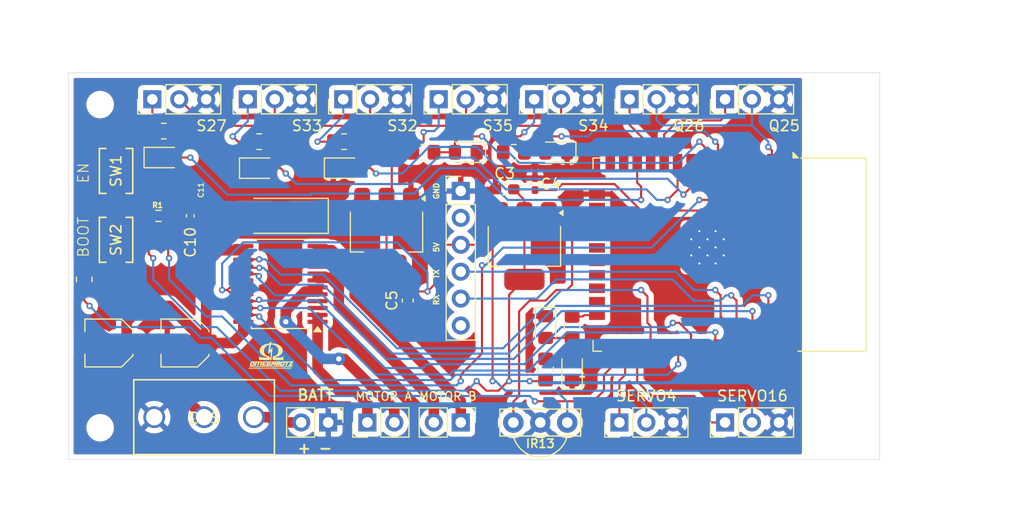
<source format=kicad_pcb>
(kicad_pcb (version 20241229) (generator "pcbnew") (generator_version "9.0")
  (layers (0 "F.Cu" signal) (2 "B.Cu" signal) (13 "F.Paste" user) (15 "B.Paste" user) (5 "F.SilkS" user "F.Silkscreen") (7 "B.SilkS" user "B.Silkscreen") (1 "F.Mask" user) (3 "B.Mask" user) (25 "Edge.Cuts" user))
  (net 0 "")
  (net 3 "AO2")
  (net 4 "AO1")
  (net 5 "BO1")
  (net 6 "BO2")
  (net 7 "3V3")
  (net 8 "SENSOR2")
  (net 9 "AIN2")
  (net 10 "5V")
  (net 11 "AIN1")
  (net 12 "PWMB")
  (net 13 "12V")
  (net 14 "BIN2")
  (net 15 "PWMA")
  (net 16 "BIN1")
  (net 17 "SENSOR1")
  (net 18 "SENSOR3")
  (net 19 "SENSOR4")
  (net 20 "SENSOR5")
  (net 21 "TX_CP2102")
  (net 22 "RX_CP2102")
  (net 23 "BOOT")
  (net 25 "QTR1")
  (net 27 "SERVO2")
  (net 31 "LED_ONBOARD")
  (net 32 "ESP_ENABLE")
  (net 36 "SERVO1")
  (net 37 "QTR2")
  (net 39 "IR")
  (net 44 "Net-(D8-K)")
  (net 45 "GND")
  (net 46 "Net-(R2-Pad2)")
  (net 47 "Net-(D1-A)")
  (net 48 "Net-(D7-A)")
  (footprint "LED_SMD:LED_0805_2012Metric_Pad1.15x1.40mm_HandSolder" (layer "F.Cu") (at 143 46 180)
    (property "Reference" "D5" (hide yes))
    (property "Value" "LED" (hide yes))
  )
  (footprint "footprints:SS-12D10G5_XKB" (layer "F.Cu") (at 114.5 71 180)
    (property "Reference" "SW3")
    (property "Value" "SS-12D10G5")
  )
  (footprint "Connector_PinHeader_2.54mm:PinHeader_1x03_P2.54mm_Vertical" (layer "F.Cu") (at 140.92 41 90)
    (property "Reference" "S34")
    (property "Value" "SENSOR_4" (hide yes))
  )
  (footprint "Connector_PinHeader_2.54mm:PinHeader_1x03_P2.54mm_Vertical" (layer "F.Cu") (at 104.92 41 90)
    (property "Reference" "S27")
    (property "Value" "SENSOR_1" (hide yes))
  )
  (footprint "TS-1088-AR02016:SW_TS-1088_XNP" (layer "F.Cu") (at 101.5 54.2648 90)
    (property "Reference" "SW2")
    (property "Value" "TS-1088-AR02016")
  )
  (footprint "Connector_PinHeader_2.54mm:PinHeader_1x03_P2.54mm_Vertical" (layer "F.Cu") (at 158.92 41 90)
    (property "Reference" "Q25")
    (property "Value" "QTR_1" (hide yes))
  )
  (footprint "Resistor_SMD:R_0805_2012Metric_Pad1.20x1.40mm_HandSolder" (layer "F.Cu") (at 130.475 46)
    (property "Reference" "R9" (hide yes))
    (property "Value" "220Ohm" (hide yes))
  )
  (footprint "Resistor_SMD:R_0805_2012Metric_Pad1.20x1.40mm_HandSolder" (layer "F.Cu") (at 115 45)
    (property "Reference" "R12" (hide yes))
    (property "Value" "220Ohm" (hide yes))
  )
  (footprint "MountingHole:MountingHole_2.1mm" (layer "F.Cu") (at 170.5 72)
    (property "Reference" "REF**" (hide yes))
    (property "Value" "MountingHole_2.1mm" (hide yes))
  )
  (footprint "Resistor_SMD:R_0805_2012Metric_Pad1.20x1.40mm_HandSolder" (layer "F.Cu") (at 139 46)
    (property "Reference" "R11" (hide yes))
    (property "Value" "220Ohm" (hide yes))
  )
  (footprint "Connector_PinHeader_2.54mm:PinHeader_1x03_P2.54mm_Vertical" (layer "F.Cu") (at 131.92 41 90)
    (property "Reference" "S35")
    (property "Value" "SENSOR_5" (hide yes))
  )
  (footprint "Connector_PinHeader_2.54mm:PinHeader_1x03_P2.54mm_Vertical" (layer "F.Cu") (at 148.96 71.5 90)
    (property "Reference" "SERVO4")
    (property "Value" "SERVO1" (hide yes))
  )
  (footprint "MountingHole:MountingHole_2.1mm" (layer "F.Cu") (at 100 72)
    (property "Reference" "REF**" (hide yes))
    (property "Value" "MountingHole_2.1mm" (hide yes))
  )
  (footprint "Capacitor_SMD:C_Elec_4x5.4" (layer "F.Cu") (at 108 64 180)
    (property "Reference" "C1" (hide yes))
    (property "Value" "10uF 25V" (hide yes))
  )
  (footprint "Connector_PinHeader_2.54mm:PinHeader_1x03_P2.54mm_Vertical" (layer "F.Cu") (at 158.92 71.5 90)
    (property "Reference" "SERVO16")
    (property "Value" "SERVO2" (hide yes))
  )
  (footprint "Connector_PinHeader_2.54mm:PinHeader_1x02_P2.54mm_Vertical" (layer "F.Cu") (at 121.5 71.5 -90)
    (property "Reference" "J13" (hide yes))
    (property "Value" "Conn_01x02_Socket" (hide yes))
  )
  (footprint "RF_Module:ESP32-WROOM-32" (layer "F.Cu") (at 156.3525 55.655 -90)
    (property "Reference" "U3" (hide yes))
    (property "Value" "ESP32-WROOM-32" (hide yes))
  )
  (footprint "LED_SMD:LED_0805_2012Metric_Pad1.15x1.40mm_HandSolder" (layer "F.Cu") (at 123 47.5)
    (property "Reference" "D4" (hide yes))
    (property "Value" "LED" (hide yes))
  )
  (footprint "Resistor_SMD:R_0805_2012Metric_Pad1.20x1.40mm_HandSolder" (layer "F.Cu") (at 106 44)
    (property "Reference" "R8" (hide yes))
    (property "Value" "220Ohm" (hide yes))
  )
  (footprint "TS-1088-AR02016:SW_TS-1088_XNP" (layer "F.Cu") (at 101.5 47.7648 90)
    (property "Reference" "SW1")
    (property "Value" "TS-1088-AR02016")
  )
  (footprint "LED_SMD:LED_0805_2012Metric_Pad1.15x1.40mm_HandSolder" (layer "F.Cu") (at 106 46.5)
    (property "Reference" "D2" (hide yes))
    (property "Value" "LED" (hide yes))
  )
  (footprint "Capacitor_SMD:C_0201_0603Metric_Pad0.64x0.40mm_HandSolder" (layer "F.Cu") (at 108.5 49.5675 90)
    (property "Reference" "C11")
    (property "Value" "100 nF" (hide yes))
  )
  (footprint "Connector_PinHeader_2.54mm:PinHeader_1x02_P2.54mm_Vertical" (layer "F.Cu") (at 125.195 71.5 90)
    (property "Reference" "J5" (hide yes))
    (property "Value" "MOTOR_A" (hide yes))
  )
  (footprint "Connector_PinHeader_2.54mm:PinHeader_1x03_P2.54mm_Vertical" (layer "F.Cu") (at 122.92 41 90)
    (property "Reference" "S32")
    (property "Value" "SENSOR_2" (hide yes))
  )
  (footprint "Connector_PinHeader_2.54mm:PinHeader_1x06_P2.54mm_Vertical" (layer "F.Cu") (at 134 49.65)
    (property "Reference" "UART_SOCKET1" (hide yes))
    (property "Value" "Conn_01x06_Socket" (hide yes))
  )
  (footprint "Connector_PinHeader_2.54mm:PinHeader_1x03_P2.54mm_Vertical" (layer "F.Cu") (at 149.92 41 90)
    (property "Reference" "Q26")
    (property "Value" "QTR_2" (hide yes))
  )
  (footprint "LED_SMD:LED_0805_2012Metric_Pad1.15x1.40mm_HandSolder" (layer "F.Cu") (at 134.475 46 180)
    (property "Reference" "D3" (hide yes))
    (property "Value" "LED" (hide yes))
  )
  (footprint "MountingHole:MountingHole_2.1mm" (layer "F.Cu") (at 170.5 41.5)
    (property "Reference" "REF**" (hide yes))
    (property "Value" "MountingHole_2.1mm" (hide yes))
  )
  (footprint "Resistor_SMD:R_0603_1608Metric_Pad0.98x0.95mm_HandSolder" (layer "F.Cu") (at 105.5 52 180)
    (property "Reference" "R1")
    (property "Value" "10kOhm" (hide yes))
  )
  (footprint "Resistor_SMD:R_0805_2012Metric_Pad1.20x1.40mm_HandSolder" (layer "F.Cu") (at 144.5 62.5 -90)
    (property "Reference" "R7" (hide yes))
    (property "Value" "220Ohm" (hide yes))
  )
  (footprint "Capacitor_SMD:C_0603_1608Metric_Pad1.08x0.95mm_HandSolder" (layer "F.Cu") (at 129 60 -90)
    (property "Reference" "C5")
    (property "Value" "22uF" (hide yes))
  )
  (footprint "Package_TO_SOT_SMD:SOT-223-3_TabPin2" (layer "F.Cu") (at 127 53.5 -90)
    (property "Reference" "U1" (hide yes))
    (property "Value" "AMS1117-5.0" (hide yes))
  )
  (footprint "Package_SO:SSOP-24_5.3x8.2mm_P0.65mm" (layer "F.Cu") (at 117 58.425 180)
    (property "Reference" "U2" (hide yes))
    (property "Value" "TB6612FNG" (hide yes))
  )
  (footprint "Package_TO_SOT_SMD:SOT-223-3_TabPin2" (layer "F.Cu") (at 140 54.85 -90)
    (property "Reference" "U5" (hide yes))
    (property "Value" "AMS1117-3.3" (hide yes))
  )
  (footprint "Connector_PinHeader_2.54mm:PinHeader_1x03_P2.54mm_Vertical" (layer "F.Cu") (at 113.92 41 90)
    (property "Reference" "S33")
    (property "Value" "SENSOR_3" (hide yes))
  )
  (footprint "MountingHole:MountingHole_2.1mm" (layer "F.Cu") (at 100 41.5)
    (property "Reference" "REF**" (hide yes))
    (property "Value" "MountingHole_2.1mm" (hide yes))
  )
  (footprint "LED_SMD:LED_0805_2012Metric_Pad1.15x1.40mm_HandSolder" (layer "F.Cu") (at 115 47.5)
    (property "Reference" "D6" (hide yes))
    (property "Value" "LED" (hide yes))
  )
  (footprint "Resistor_SMD:R_0805_2012Metric_Pad1.20x1.40mm_HandSolder" (layer "F.Cu") (at 123 45)
    (property "Reference" "R10" (hide yes))
    (property "Value" "220Ohm" (hide yes))
  )
  (footprint "Diode_SMD:D_SMA_Handsoldering" (layer "F.Cu") (at 117 52 180)
    (property "Reference" "D8" (hide yes))
    (property "Value" "US1M" (hide yes))
  )
  (footprint "Capacitor_SMD:C_Elec_4x5.4" (layer "F.Cu") (at 100.825 64 180)
    (property "Reference" "C2" (hide yes))
    (property "Value" "10uF 25V" (hide yes))
  )
  (footprint "Capacitor_SMD:C_0402_1005Metric_Pad0.74x0.62mm_HandSolder" (layer "F.Cu") (at 108.5 52 -90)
    (property "Reference" "C10")
    (property "Value" "1uF" (hide yes))
  )
  (footprint "Capacitor_SMD:C_0603_1608Metric_Pad1.08x0.95mm_HandSolder" (layer "F.Cu") (at 138.1375 49.5 180)
    (property "Reference" "C3")
    (property "Value" "100pF" (hide yes))
  )
  (footprint "TSOP1838:TSOP1838" (layer "F.Cu") (at 141.5 71.50841)
    (property "Reference" "IR13")
    (property "Value" "TSOP1838" (hide yes))
  )
  (footprint "LED_SMD:LED_0805_2012Metric_Pad1.15x1.40mm_HandSolder" (layer "F.Cu") (at 142 62.5 -90)
    (property "Reference" "D1" (hide yes))
    (property "Value" "LED" (hide yes))
  )
  (footprint "LED_SMD:LED_0805_2012Metric_Pad1.15x1.40mm_HandSolder" (layer "F.Cu") (at 144.5 66.5 90)
    (property "Reference" "D7" (hide yes))
    (property "Value" "LED" (hide yes))
  )
  (footprint "Capacitor_SMD:C_0402_1005Metric_Pad0.74x0.62mm_HandSolder" (layer "F.Cu") (at 141 49 90)
    (property "Reference" "C4")
    (property "Value" "1uF" (hide yes))
  )
  (footprint "Resistor_SMD:R_0805_2012Metric_Pad1.20x1.40mm_HandSolder" (layer "F.Cu") (at 142 66.5 90)
    (property "Reference" "R13" (hide yes))
    (property "Value" "1KOhm" (hide yes))
  )
  (footprint "Connector_PinHeader_2.54mm:PinHeader_1x02_P2.54mm_Vertical" (layer "F.Cu") (at 134 71.5 -90)
    (property "Reference" "J2" (hide yes))
    (property "Value" "MOTOR_B" (hide yes))
  )
  (footprint "Resistor_SMD:R_0805_2012Metric_Pad1.20x1.40mm_HandSolder" (layer "F.Cu") (at 98.5 58 90)
    (property "Reference" "R2" (hide yes))
    (property "Value" "100Ohm" (hide yes))
  )
  (gr_poly (pts (xy 116.96535 65.73263) (xy 116.970937 65.733779) (xy 116.975857 65.734924) (xy 116.980207 65.736121) (xy 116.984087 65.737428) (xy 116.987593 65.738903) (xy 116.989237 65.739721) (xy 116.990824 65.740602) (xy 116.992366 65.741553) (xy 116.993876 65.742582) (xy 116.996847 65.744901) (xy 116.999835 65.747616) (xy 117.002938 65.750784) (xy 117.006254 65.754463) (xy 117.009879 65.758708) (xy 117.01845 65.769131) (xy 117.02133 65.776504) (xy 117.023785 65.783329) (xy 117.025823 65.789684) (xy 117.02745 65.795647) (xy 117.028673 65.801296) (xy 117.0295 65.806708) (xy 117.029938 65.811962) (xy 117.029993 65.817135) (xy 117.029673 65.822304) (xy 117.028986 65.827548) (xy 117.027937 65.832944) (xy 117.026535 65.83857) (xy 117.024786 65.844504) (xy 117.022697 65.850823) (xy 117.020276 65.857606) (xy 117.01753 65.86493) (xy 117.006678 65.895212) (xy 117.00203 65.904362) (xy 116.998277 65.911496) (xy 116.996606 65.914485) (xy 116.995003 65.917185) (xy 116.993417 65.919666) (xy 116.991795 65.922) (xy 116.990086 65.924258) (xy 116.988238 65.926512) (xy 116.986199 65.928833) (xy 116.983918 65.931293) (xy 116.97842 65.936913) (xy 116.971331 65.943943) (xy 116.967346 65.94723) (xy 116.963864 65.950163) (xy 116.96086 65.952823) (xy 116.959528 65.954075) (xy 116.958306 65.955291) (xy 116.95719 65.956478) (xy 116.956176 65.957649) (xy 116.955261 65.958812) (xy 116.954442 65.959979) (xy 116.953716 65.961159) (xy 116.953079 65.962362) (xy 116.952528 65.9636) (xy 116.952059 65.964881) (xy 116.951669 65.966217) (xy 116.951355 65.967617) (xy 116.951113 65.969092) (xy 116.950941 65.970651) (xy 116.950834 65.972306) (xy 116.95079 65.974066) (xy 116.950804 65.975941) (xy 116.950874 65.977943) (xy 116.951168 65.982363) (xy 116.951645 65.987408) (xy 116.953038 65.999702) (xy 116.952889 66.009065) (xy 116.95244 66.01791) (xy 116.951689 66.026297) (xy 116.950634 66.034286) (xy 116.949272 66.041939) (xy 116.947601 66.049316) (xy 116.945618 66.056477) (xy 116.943321 66.063484) (xy 116.940707 66.070396) (xy 116.937775 66.077276) (xy 116.934521 66.084182) (xy 116.930944 66.091176) (xy 116.927041 66.098319) (xy 116.922809 66.105671) (xy 116.91335 66.121245) (xy 116.90537 66.128578) (xy 116.897616 66.135059) (xy 116.890031 66.140739) (xy 116.882556 66.145669) (xy 116.875132 66.1499) (xy 116.8677 66.153482) (xy 116.860201 66.156466) (xy 116.852577 66.158903) (xy 116.844769 66.160844) (xy 116.836718 66.16234) (xy 116.828366 66.163441) (xy 116.819653 66.164199) (xy 116.810522 66.164663) (xy 116.800912 66.164886) (xy 116.780025 66.164808) (xy 116.733516 66.16442) (xy 116.685147 66.163413) (xy 116.636158 66.16287) (xy 116.576314 66.162032) (xy 116.516475 66.160932) (xy 116.503246 66.134474) (xy 116.509187 66.117724) (xy 116.511525 66.11146) (xy 116.513842 66.105627) (xy 116.51644 66.099492) (xy 116.51962 66.092322) (xy 116.528929 66.071945) (xy 116.542172 66.04187) (xy 116.688454 66.04187) (xy 116.807517 66.04187) (xy 116.820746 65.988953) (xy 116.701684 65.988953) (xy 116.688454 66.04187) (xy 116.542172 66.04187) (xy 116.545698 66.03386) (xy 116.563562 65.994324) (xy 116.581665 65.954898) (xy 116.58824 65.939524) (xy 116.594189 65.924925) (xy 116.599483 65.910984) (xy 116.604094 65.897589) (xy 116.607994 65.884624) (xy 116.60837 65.88312) (xy 116.7546 65.88312) (xy 116.873663 65.88312) (xy 116.886892 65.843432) (xy 116.767829 65.843432) (xy 116.7546 65.88312) (xy 116.60837 65.88312) (xy 116.611154 65.871974) (xy 116.613546 65.859526) (xy 116.615142 65.847163) (xy 116.615914 65.834771) (xy 116.615832 65.822237) (xy 116.61487 65.809444) (xy 116.612998 65.796279) (xy 116.610188 65.782627) (xy 116.606413 65.768372) (xy 116.601643 65.753401) (xy 116.59585 65.737599) (xy 116.679535 65.735468) (xy 116.763233 65.733965) (xy 116.791703 65.733377) (xy 116.820168 65.732609) (xy 116.840634 65.732081) (xy 116.861097 65.731682) (xy 116.902033 65.731139) (xy 116.951788 65.73009)) (fill yes) (layer "F.SilkS"))
  (gr_poly (pts (xy 118.241653 65.752967) (xy 118.234196 65.766784) (xy 118.230523 65.773226) (xy 118.226837 65.779418) (xy 118.223102 65.785406) (xy 118.219283 65.791235) (xy 118.215343 65.796953) (xy 118.211246 65.802605) (xy 118.206956 65.808236) (xy 118.202436 65.813893) (xy 118.19765 65.819621) (xy 118.192562 65.825467) (xy 118.187136 65.831477) (xy 118.181335 65.837696) (xy 118.156814 65.863767) (xy 118.13126 65.890561) (xy 118.105861 65.91751) (xy 118.079207 65.945578) (xy 118.0524 65.97346) (xy 118.025394 66.001149) (xy 117.998142 66.028641) (xy 118.156892 66.04187) (xy 118.154448 66.059442) (xy 118.151865 66.075388) (xy 118.15043 66.082885) (xy 118.148852 66.090136) (xy 118.147094 66.097195) (xy 118.14512 66.104116) (xy 118.142894 66.110952) (xy 118.140379 66.117756) (xy 118.13754 66.124583) (xy 118.134339 66.131486) (xy 118.130742 66.138519) (xy 118.126711 66.145735) (xy 118.12221 66.153188) (xy 118.117204 66.160932) (xy 118.10409 66.162418) (xy 118.093625 66.163527) (xy 118.084762 66.164304) (xy 118.076452 66.164796) (xy 118.06765 66.165046) (xy 118.057306 66.165101) (xy 118.027804 66.164808) (xy 118.001223 66.164638) (xy 117.959167 66.164131) (xy 117.917113 66.163413) (xy 117.860114 66.16287) (xy 117.79022 66.162043) (xy 117.720329 66.160932) (xy 117.724862 66.151533) (xy 117.729559 66.142556) (xy 117.734424 66.13396) (xy 117.739463 66.125705) (xy 117.744682 66.11775) (xy 117.750085 66.110056) (xy 117.755677 66.102581) (xy 117.761465 66.095287) (xy 117.767452 66.088132) (xy 117.773645 66.081075) (xy 117.780049 66.074078) (xy 117.786669 66.067099) (xy 117.800578 66.053036) (xy 117.815414 66.038562) (xy 117.837611 66.016632) (xy 117.859472 65.994513) (xy 117.881021 65.972184) (xy 117.902281 65.949625) (xy 117.923277 65.926814) (xy 117.944031 65.90373) (xy 117.964569 65.880353) (xy 117.984913 65.856661) (xy 117.839392 65.843432) (xy 117.86585 65.737599) (xy 118.249496 65.737599)) (fill yes) (layer "F.SilkS"))
  (gr_poly (pts (xy 115.731536 65.75951) (xy 115.727893 65.77646) (xy 115.726217 65.783462) (xy 115.72456 65.789689) (xy 115.722864 65.795296) (xy 115.721072 65.800437) (xy 115.719124 65.805269) (xy 115.716963 65.809946) (xy 115.714531 65.814623) (xy 115.71177 65.819454) (xy 115.705026 65.830203) (xy 115.696267 65.843432) (xy 115.681753 65.844428) (xy 115.667443 65.845226) (xy 115.65327 65.845826) (xy 115.63917 65.84623) (xy 115.625075 65.846439) (xy 115.61092 65.846456) (xy 115.596639 65.846279) (xy 115.582165 65.845913) (xy 115.550023 65.84537) (xy 115.510694 65.84451) (xy 115.471371 65.843432) (xy 115.458142 65.896349) (xy 115.630121 65.896349) (xy 115.603663 65.988953) (xy 115.418454 65.988953) (xy 115.405225 66.04187) (xy 115.590434 66.04187) (xy 115.6079 66.071403) (xy 115.621026 66.093959) (xy 115.630431 66.110935) (xy 115.633932 66.117766) (xy 115.636736 66.123725) (xy 115.638919 66.128986) (xy 115.64056 66.133724) (xy 115.641735 66.138114) (xy 115.642523 66.142329) (xy 115.643002 66.146543) (xy 115.643247 66.150933) (xy 115.64335 66.160932) (xy 115.220017 66.160932) (xy 115.230393 66.126891) (xy 115.240971 66.093445) (xy 115.251866 66.060479) (xy 115.263194 66.027883) (xy 115.275069 65.995543) (xy 115.287607 65.963346) (xy 115.300921 65.93118) (xy 115.315127 65.898933) (xy 115.322272 65.882875) (xy 115.325129 65.876185) (xy 115.327535 65.870194) (xy 115.329507 65.86476) (xy 115.331066 65.859736) (xy 115.332231 65.854979) (xy 115.333019 65.850344) (xy 115.33345 65.845687) (xy 115.333544 65.840864) (xy 115.333319 65.835729) (xy 115.332794 65.830139) (xy 115.331987 65.823949) (xy 115.330919 65.817014) (xy 115.328072 65.800334) (xy 115.312621 65.777286) (xy 115.312621 65.737599) (xy 115.735954 65.737599)) (fill yes) (layer "F.SilkS"))
  (gr_poly (pts (xy 115.240774 65.735498) (xy 115.244747 65.73605) (xy 115.248354 65.736657) (xy 115.251696 65.737362) (xy 115.25487 65.73821) (xy 115.257978 65.739243) (xy 115.261119 65.740504) (xy 115.264392 65.742039) (xy 115.267897 65.743889) (xy 115.271735 65.746098) (xy 115.276004 65.748711) (xy 115.280805 65.751769) (xy 115.286237 65.755318) (xy 115.299392 65.764057) (xy 115.298093 65.782393) (xy 115.296301 65.800246) (xy 115.294028 65.817668) (xy 115.291285 65.834714) (xy 115.288082 65.851436) (xy 115.284433 65.86789) (xy 115.280347 65.884129) (xy 115.275836 65.900207) (xy 115.270911 65.916176) (xy 115.265585 65.932092) (xy 115.253769 65.963978) (xy 115.240479 65.996293) (xy 115.225805 66.029467) (xy 115.208777 66.067992) (xy 115.188029 66.114502) (xy 115.1671 66.160932) (xy 115.034809 66.160932) (xy 115.046682 66.1198) (xy 115.059602 66.07933) (xy 115.073475 66.039396) (xy 115.088207 65.999874) (xy 115.103707 65.960641) (xy 115.119879 65.921573) (xy 115.153871 65.843432) (xy 115.034809 65.843432) (xy 115.019926 65.890561) (xy 115.008206 65.924849) (xy 114.995931 65.958927) (xy 114.983194 65.992831) (xy 114.970084 66.026594) (xy 114.943113 66.093837) (xy 114.915746 66.160932) (xy 114.783454 66.160932) (xy 114.785215 66.147362) (xy 114.787339 66.134008) (xy 114.789807 66.120849) (xy 114.792596 66.107861) (xy 114.795689 66.095025) (xy 114.799062 66.082317) (xy 114.806574 66.057201) (xy 114.814968 66.032339) (xy 114.824081 66.007556) (xy 114.843813 65.957534) (xy 114.857016 65.924202) (xy 114.889288 65.843432) (xy 114.783454 65.856661) (xy 114.772735 65.883168) (xy 114.72475 66.001355) (xy 114.707878 66.043084) (xy 114.691729 66.082746) (xy 114.676823 66.119485) (xy 114.672694 66.128825) (xy 114.66943 66.136005) (xy 114.668028 66.138937) (xy 114.666729 66.141511) (xy 114.665497 66.143789) (xy 114.664292 66.145829) (xy 114.663078 66.147694) (xy 114.661818 66.149445) (xy 114.660472 66.151141) (xy 114.659005 66.152843) (xy 114.655554 66.15651) (xy 114.651163 66.160932) (xy 114.634427 66.161503) (xy 114.617683 66.161809) (xy 114.600936 66.161883) (xy 114.58419 66.161759) (xy 114.547345 66.161397) (xy 114.518871 66.160932) (xy 114.532619 66.11836) (xy 114.539722 66.097309) (xy 114.547053 66.076385) (xy 114.554669 66.055564) (xy 114.562627 66.034825) (xy 114.570984 66.014145) (xy 114.579798 65.993501) (xy 114.591031 65.967691) (xy 114.596643 65.955024) (xy 114.602347 65.942397) (xy 114.608145 65.929813) (xy 114.61404 65.917274) (xy 114.619261 65.904474) (xy 114.62358 65.892291) (xy 114.627035 65.880639) (xy 114.629667 65.869429) (xy 114.631515 65.858574) (xy 114.632619 65.847987) (xy 114.633019 65.83758) (xy 114.632755 65.827266) (xy 114.631865 65.816958) (xy 114.63039 65.806567) (xy 114.62837 65.796007) (xy 114.625844 65.785189) (xy 114.622852 65.774027) (xy 114.619433 65.762433) (xy 114.611475 65.737599) (xy 114.775186 65.736772) (xy 114.822315 65.736436) (xy 114.867274 65.736307) (xy 114.908841 65.736097) (xy 114.919905 65.736619) (xy 114.928543 65.737172) (xy 114.93217 65.737515) (xy 114.935454 65.73793) (xy 114.938482 65.738439) (xy 114.941341 65.739065) (xy 114.94412 65.739828) (xy 114.946905 65.740749) (xy 114.949784 65.741852) (xy 114.952845 65.743156) (xy 114.956176 65.744685) (xy 114.959864 65.746458) (xy 114.968663 65.750828) (xy 114.995121 65.737599) (xy 115.011532 65.736588) (xy 115.027953 65.735885) (xy 115.044381 65.735436) (xy 115.060816 65.735188) (xy 115.126586 65.735118) (xy 115.163457 65.734628) (xy 115.198881 65.73455) (xy 115.231331 65.734385)) (fill yes) (layer "F.SilkS"))
  (gr_poly (pts (xy 116.529601 65.734615) (xy 116.539801 65.735973) (xy 116.544028 65.736673) (xy 116.547802 65.737428) (xy 116.551216 65.738273) (xy 116.554367 65.739239) (xy 116.557349 65.740359) (xy 116.560258 65.741665) (xy 116.563189 65.74319) (xy 116.566238 65.744965) (xy 116.5695 65.747024) (xy 116.57307 65.749399) (xy 116.581516 65.755227) (xy 116.584878 65.760722) (xy 116.587733 65.766067) (xy 116.59011 65.771292) (xy 116.592038 65.776425) (xy 116.593547 65.781494) (xy 116.594665 65.786528) (xy 116.595421 65.791554) (xy 116.595844 65.796602) (xy 116.595964 65.8017) (xy 116.595809 65.806876) (xy 116.595409 65.812158) (xy 116.594792 65.817576) (xy 116.593988 65.823157) (xy 116.593025 65.82893) (xy 116.590741 65.841165) (xy 116.583799 65.864272) (xy 116.576185 65.887124) (xy 116.568006 65.909762) (xy 116.559363 65.932228) (xy 116.550363 65.954563) (xy 116.54111 65.976809) (xy 116.522263 66.021199) (xy 116.505236 66.061998) (xy 116.463558 66.160932) (xy 116.331267 66.160932) (xy 116.334191 66.14166) (xy 116.337547 66.122945) (xy 116.34141 66.104664) (xy 116.345854 66.086691) (xy 116.350956 66.068904) (xy 116.356789 66.051177) (xy 116.363431 66.033388) (xy 116.370954 66.015411) (xy 116.265121 66.002182) (xy 116.25737 66.030191) (xy 116.246931 66.066674) (xy 116.236699 66.102951) (xy 116.232929 66.113408) (xy 116.231302 66.11774) (xy 116.229773 66.121589) (xy 116.228287 66.125038) (xy 116.226789 66.128173) (xy 116.225223 66.131079) (xy 116.223534 66.133841) (xy 116.221668 66.136543) (xy 116.219568 66.139271) (xy 116.21718 66.142109) (xy 116.214447 66.145143) (xy 116.211316 66.148458) (xy 116.207731 66.152137) (xy 116.198975 66.160932) (xy 116.181916 66.162411) (xy 116.175619 66.162836) (xy 116.169856 66.163077) (xy 116.163908 66.163153) (xy 116.157059 66.163083) (xy 116.13779 66.162586) (xy 116.105027 66.161862) (xy 116.079913 66.160932) (xy 116.081078 66.153044) (xy 116.082385 66.145296) (xy 116.083831 66.137674) (xy 116.085417 66.130164) (xy 116.089007 66.115426) (xy 116.093148 66.100972) (xy 116.097839 66.08669) (xy 116.103073 66.072472) (xy 116.108847 66.058206) (xy 116.115156 66.043782) (xy 116.127868 66.015489) (xy 116.141115 65.986796) (xy 116.147841 65.972497) (xy 116.154637 65.958231) (xy 116.16063 65.943915) (xy 116.165822 65.929933) (xy 116.170244 65.916229) (xy 116.17393 65.902747) (xy 116.175362 65.896349) (xy 116.318038 65.896349) (xy 116.4371 65.896349) (xy 116.450329 65.843432) (xy 116.331267 65.843432) (xy 116.318038 65.896349) (xy 116.175362 65.896349) (xy 116.176911 65.889429) (xy 116.179221 65.87622) (xy 116.180891 65.863061) (xy 116.181955 65.849898) (xy 116.182444 65.836672) (xy 116.182392 65.823328) (xy 116.18183 65.809809) (xy 116.180791 65.796058) (xy 116.179308 65.782018) (xy 116.177413 65.767632) (xy 116.172517 65.737599) (xy 116.25338 65.73632) (xy 116.334248 65.735419) (xy 116.361753 65.735066) (xy 116.389258 65.734605) (xy 116.42881 65.734057) (xy 116.468364 65.733723) (xy 116.51644 65.733093)) (fill yes) (layer "F.SilkS"))
  (gr_poly (pts (xy 115.895738 65.733723) (xy 115.942247 65.734111) (xy 115.990616 65.735118) (xy 116.039605 65.735661) (xy 116.099449 65.736499) (xy 116.159288 65.737599) (xy 116.144715 65.790412) (xy 116.139754 65.807129) (xy 116.135723 65.819041) (xy 116.133911 65.823582) (xy 116.132158 65.827387) (xy 116.130404 65.83061) (xy 116.128592 65.833407) (xy 116.126664 65.835933) (xy 116.124561 65.838342) (xy 116.1196 65.843432) (xy 116.112947 65.844168) (xy 116.106287 65.844833) (xy 116.092946 65.845971) (xy 116.079587 65.846886) (xy 116.066218 65.847618) (xy 116.033791 65.849298) (xy 115.999711 65.850874) (xy 115.965475 65.852605) (xy 115.881475 65.856661) (xy 115.867471 65.890458) (xy 115.849229 65.934383) (xy 115.831091 65.978101) (xy 115.824196 65.994202) (xy 115.817104 66.01022) (xy 115.809758 66.02612) (xy 115.805971 66.034016) (xy 115.8021 66.04187) (xy 115.85419 66.036909) (xy 115.883491 66.034118) (xy 115.907934 66.028641) (xy 115.921163 66.002182) (xy 115.881475 65.988953) (xy 115.884204 65.973171) (xy 115.885621 65.965916) (xy 115.887112 65.95901) (xy 115.888705 65.952399) (xy 115.890429 65.946025) (xy 115.892313 65.939834) (xy 115.894384 65.933769) (xy 115.896673 65.927775) (xy 115.899206 65.921797) (xy 115.902014 65.915777) (xy 115.905124 65.909662) (xy 115.908565 65.903394) (xy 115.912366 65.896918) (xy 115.916556 65.890178) (xy 115.921163 65.88312) (xy 115.946878 65.880901) (xy 115.956437 65.880264) (xy 115.965268 65.879903) (xy 115.974478 65.879789) (xy 115.98517 65.879893) (xy 116.01542 65.880639) (xy 116.066787 65.881724) (xy 116.106371 65.88312) (xy 116.103293 65.903589) (xy 116.099678 65.923398) (xy 116.095466 65.9427) (xy 116.090598 65.961646) (xy 116.085015 65.980387) (xy 116.078656 65.999077) (xy 116.071463 66.017867) (xy 116.063376 66.036909) (xy 116.04746 66.073806) (xy 116.042779 66.081506) (xy 116.038223 66.08872) (xy 116.033745 66.095486) (xy 116.029297 66.101846) (xy 116.024831 66.107838) (xy 116.020299 66.113503) (xy 116.015654 66.11888) (xy 116.010848 66.12401) (xy 116.005832 66.128933) (xy 116.00056 66.133687) (xy 115.994982 66.138314) (xy 115.989052 66.142854) (xy 115.982722 66.147345) (xy 115.975943 66.151829) (xy 115.968669 66.156344) (xy 115.96085 66.160932) (xy 115.94418 66.16329) (xy 115.92758 66.165016) (xy 115.911021 66.166194) (xy 115.89447 66.166904) (xy 115.877897 66.16723) (xy 115.861271 66.167253) (xy 115.827732 66.16672) (xy 115.791739 66.167004) (xy 115.763107 66.166679) (xy 115.741057 66.166123) (xy 115.732024 66.165664) (xy 115.724065 66.165031) (xy 115.716989 66.164187) (xy 115.710606 66.163093) (xy 115.704724 66.16171) (xy 115.699154 66.160001) (xy 115.693704 66.157927) (xy 115.688185 66.155448) (xy 115.682404 66.152528) (xy 115.676172 66.149126) (xy 115.661592 66.140727) (xy 115.64335 66.121245) (xy 115.644921 66.10629) (xy 115.646886 66.091627) (xy 115.649229 66.077225) (xy 115.651935 66.063052) (xy 115.654989 66.049078) (xy 115.658374 66.035272) (xy 115.662075 66.021603) (xy 115.666077 66.008041) (xy 115.674917 65.981111) (xy 115.684771 65.954235) (xy 115.695512 65.927165) (xy 115.707016 65.899656) (xy 115.720787 65.865601) (xy 115.734559 65.83289) (xy 115.7469 65.803396) (xy 115.750422 65.797648) (xy 115.753969 65.792216) (xy 115.757546 65.787092) (xy 115.761159 65.782265) (xy 115.764812 65.777729) (xy 115.768509 65.773475) (xy 115.772255 65.769494) (xy 115.776055 65.765777) (xy 115.779914 65.762316) (xy 115.783836 65.759102) (xy 115.787827 65.756127) (xy 115.79189 65.753383) (xy 115.796031 65.75086) (xy 115.800254 65.748551) (xy 115.804565 65.746447) (xy 115.808967 65.744538) (xy 115.813465 65.742817) (xy 115.818065 65.741276) (xy 115.822771 65.739905) (xy 115.827588 65.738696) (xy 115.832519 65.737641) (xy 115.837571 65.73673) (xy 115.848055 65.73531) (xy 115.859075 65.734368) (xy 115.870671 65.733835) (xy 115.882879 65.733643)) (fill yes) (layer "F.SilkS"))
  (gr_poly (pts (xy 114.421306 65.732638) (xy 114.459547 65.73269) (xy 114.490472 65.73314) (xy 114.514265 65.733846) (xy 114.523994 65.73441) (xy 114.53255 65.735177) (xy 114.540135 65.736191) (xy 114.546952 65.737499) (xy 114.553206 65.739147) (xy 114.559098 65.74118) (xy 114.564832 65.743646) (xy 114.570612 65.746589) (xy 114.57664 65.750056) (xy 114.583119 65.754092) (xy 114.598246 65.764057) (xy 114.599933 65.779291) (xy 114.600752 65.794127) (xy 114.600754 65.80861) (xy 114.599988 65.822785) (xy 114.598507 65.836694) (xy 114.59636 65.850383) (xy 114.593599 65.863895) (xy 114.590274 65.877274) (xy 114.586436 65.890565) (xy 114.582135 65.903811) (xy 114.577423 65.917057) (xy 114.57235 65.930346) (xy 114.561324 65.957231) (xy 114.549464 65.984819) (xy 114.535847 66.018538) (xy 114.520066 66.055508) (xy 114.513442 66.070583) (xy 114.507448 66.083663) (xy 114.501924 66.094957) (xy 114.49671 66.104672) (xy 114.491645 66.113019) (xy 114.486567 66.120204) (xy 114.481318 66.126438) (xy 114.475736 66.131928) (xy 114.46966 66.136882) (xy 114.462931 66.141511) (xy 114.455388 66.146021) (xy 114.44687 66.150623) (xy 114.426267 66.160932) (xy 114.407726 66.163107) (xy 114.389253 66.164688) (xy 114.370821 66.165751) (xy 114.3524 66.166369) (xy 114.333963 66.166617) (xy 114.315481 66.166571) (xy 114.278266 66.165893) (xy 114.237777 66.165841) (xy 114.205096 66.16539) (xy 114.180168 66.164682) (xy 114.170139 66.164117) (xy 114.161482 66.16335) (xy 114.154008 66.162336) (xy 114.147526 66.161028) (xy 114.14185 66.15938) (xy 114.136789 66.157347) (xy 114.132155 66.154881) (xy 114.127758 66.151939) (xy 114.12341 66.148473) (xy 114.118921 66.144437) (xy 114.108767 66.134474) (xy 114.108378 66.118962) (xy 114.10871 66.10358) (xy 114.10972 66.088324) (xy 114.111364 66.073188) (xy 114.113601 66.058165) (xy 114.116386 66.043251) (xy 114.116693 66.04187) (xy 114.254288 66.04187) (xy 114.37335 66.04187) (xy 114.38954 66.010898) (xy 114.405596 65.979858) (xy 114.423735 65.944976) (xy 114.429116 65.932304) (xy 114.433878 65.919863) (xy 114.438077 65.907534) (xy 114.441775 65.8952) (xy 114.445029 65.882741) (xy 114.4479 65.870039) (xy 114.450445 65.856976) (xy 114.452725 65.843432) (xy 114.333663 65.843432) (xy 114.254288 66.04187) (xy 114.116693 66.04187) (xy 114.119677 66.028439) (xy 114.123431 66.013724) (xy 114.127606 65.999101) (xy 114.132158 65.984564) (xy 114.142222 65.955725) (xy 114.153281 65.927161) (xy 114.164991 65.898829) (xy 114.176515 65.869296) (xy 114.181392 65.857922) (xy 114.186355 65.847172) (xy 114.191414 65.837031) (xy 114.196576 65.82748) (xy 114.201853 65.818505) (xy 114.207252 65.810087) (xy 114.212784 65.802212) (xy 114.218458 65.794861) (xy 114.224283 65.788018) (xy 114.230268 65.781666) (xy 114.236422 65.77579) (xy 114.242755 65.770372) (xy 114.249277 65.765396) (xy 114.255996 65.760845) (xy 114.262922 65.756702) (xy 114.270063 65.752951) (xy 114.277431 65.749575) (xy 114.285032 65.746557) (xy 114.292878 65.743881) (xy 114.300977 65.741531) (xy 114.309339 65.739489) (xy 114.317972 65.737739) (xy 114.326887 65.736265) (xy 114.336092 65.735049) (xy 114.355411 65.733327) (xy 114.376003 65.732439) (xy 114.397944 65.732254)) (fill yes) (layer "F.SilkS"))
  (gr_poly (pts (xy 118.0246 66.438745) (xy 114.002934 66.438745) (xy 114.029392 66.372599) (xy 118.051058 66.372599)) (fill yes) (layer "F.SilkS"))
  (gr_poly (pts (xy 114.249304 66.212258) (xy 114.298941 66.212224) (xy 114.435959 66.212314) (xy 114.583482 66.212341) (xy 114.839283 66.21245) (xy 115.209132 66.212609) (xy 115.809125 66.212851) (xy 116.392113 66.213122) (xy 116.428385 66.213133) (xy 116.608522 66.213183) (xy 118.103975 66.213849) (xy 118.077517 66.293224) (xy 114.05585 66.293224) (xy 114.066335 66.267181) (xy 114.070714 66.256636) (xy 114.074647 66.247584) (xy 114.078234 66.239907) (xy 114.081572 66.233484) (xy 114.08476 66.228199) (xy 114.087895 66.223932) (xy 114.089474 66.222143) (xy 114.091077 66.220564) (xy 114.092716 66.21918) (xy 114.094403 66.217977) (xy 114.09615 66.216939) (xy 114.097971 66.216052) (xy 114.101879 66.214671) (xy 114.106227 66.213714) (xy 114.111111 66.213063) (xy 114.122883 66.212206) (xy 114.159767 66.212221) (xy 114.202159 66.212141)) (fill yes) (layer "F.SilkS"))
  (gr_poly (pts (xy 117.258135 65.732638) (xy 117.298469 65.73269) (xy 117.331162 65.733141) (xy 117.356282 65.733848) (xy 117.366531 65.734412) (xy 117.375519 65.735179) (xy 117.383458 65.736193) (xy 117.390559 65.737501) (xy 117.397033 65.739149) (xy 117.40309 65.741183) (xy 117.408943 65.743648) (xy 117.414802 65.746591) (xy 117.420878 65.750057) (xy 117.427382 65.754093) (xy 117.442517 65.764057) (xy 117.468975 65.737599) (xy 117.491826 65.735869) (xy 117.500411 65.735351) (xy 117.508454 65.735023) (xy 117.516969 65.734856) (xy 117.526969 65.734819) (xy 117.555482 65.735015) (xy 117.607675 65.735273) (xy 117.662452 65.735945) (xy 117.717539 65.736307) (xy 117.852621 65.737599) (xy 117.845696 65.782041) (xy 117.843087 65.796665) (xy 117.840632 65.807879) (xy 117.839366 65.812594) (xy 117.838022 65.816922) (xy 117.836562 65.821018) (xy 117.834948 65.825035) (xy 117.831098 65.833459) (xy 117.826163 65.843432) (xy 117.693871 65.843432) (xy 117.688784 65.872665) (xy 117.685733 65.885657) (xy 117.682407 65.898253) (xy 117.678798 65.910549) (xy 117.674897 65.922647) (xy 117.670696 65.934644) (xy 117.666185 65.946639) (xy 117.661355 65.958732) (xy 117.656199 65.971021) (xy 117.641859 66.00474) (xy 117.626898 66.039389) (xy 117.611783 66.074813) (xy 117.574808 66.160932) (xy 117.442517 66.160932) (xy 117.45439 66.1198) (xy 117.46731 66.07933) (xy 117.481183 66.039396) (xy 117.495916 65.999874) (xy 117.511415 65.960641) (xy 117.527588 65.921573) (xy 117.561579 65.843432) (xy 117.429288 65.843432) (xy 117.414405 65.899656) (xy 117.393776 65.967992) (xy 117.377275 66.02001) (xy 117.370046 66.040858) (xy 117.363216 66.058774) (xy 117.356575 66.074142) (xy 117.349913 66.087345) (xy 117.343018 66.098765) (xy 117.335679 66.108784) (xy 117.327687 66.117786) (xy 117.318829 66.126154) (xy 117.308896 66.134269) (xy 117.297677 66.142516) (xy 117.270537 66.160932) (xy 117.252406 66.162764) (xy 117.234253 66.164021) (xy 117.216081 66.164803) (xy 117.197891 66.165209) (xy 117.161472 66.165293) (xy 117.125017 66.165066) (xy 117.084502 66.165712) (xy 117.045642 66.165738) (xy 117.010088 66.165858) (xy 116.999943 66.164198) (xy 116.995745 66.163461) (xy 116.992023 66.162743) (xy 116.988696 66.162011) (xy 116.985684 66.161233) (xy 116.982907 66.160377) (xy 116.980284 66.159411) (xy 116.977735 66.158302) (xy 116.97518 66.157018) (xy 116.972537 66.155527) (xy 116.969728 66.153797) (xy 116.96667 66.151795) (xy 116.963285 66.149489) (xy 116.955208 66.143837) (xy 116.952499 66.139848) (xy 116.950135 66.136284) (xy 116.948101 66.133041) (xy 116.947204 66.131507) (xy 116.946383 66.130014) (xy 116.945637 66.128548) (xy 116.944964 66.127097) (xy 116.944362 66.125648) (xy 116.94383 66.124188) (xy 116.943365 66.122703) (xy 116.942965 66.121181) (xy 116.942628 66.119608) (xy 116.942354 66.117971) (xy 116.942138 66.116257) (xy 116.941981 66.114454) (xy 116.941879 66.112548) (xy 116.941832 66.110526) (xy 116.941836 66.108375) (xy 116.941891 66.106082) (xy 116.942142 66.101018) (xy 116.942571 66.095228) (xy 116.943162 66.088608) (xy 116.944769 66.072462) (xy 116.951299 66.049264) (xy 116.953622 66.04187) (xy 117.098558 66.04187) (xy 117.217621 66.04187) (xy 117.234239 66.007182) (xy 117.250694 65.972417) (xy 117.269297 65.933349) (xy 117.275127 65.92051) (xy 117.277474 65.915118) (xy 117.279469 65.910236) (xy 117.281135 65.905731) (xy 117.282493 65.901472) (xy 117.283563 65.897327) (xy 117.284367 65.893165) (xy 117.284927 65.888854) (xy 117.285262 65.884261) (xy 117.285395 65.879256) (xy 117.285347 65.873707) (xy 117.285139 65.867482) (xy 117.284793 65.860449) (xy 117.283767 65.843432) (xy 117.177933 65.843432) (xy 117.165255 65.867713) (xy 117.153354 65.891824) (xy 117.142235 65.915925) (xy 117.131904 65.940176) (xy 117.122365 65.964737) (xy 117.113625 65.989766) (xy 117.105687 66.015424) (xy 117.098558 66.04187) (xy 116.953622 66.04187) (xy 116.958499 66.026345) (xy 116.966282 66.00366) (xy 116.974562 65.981166) (xy 116.983253 65.958818) (xy 116.992266 65.936573) (xy 117.010915 65.892215) (xy 117.022613 65.864403) (xy 117.032767 65.842648) (xy 117.037845 65.8327) (xy 117.042945 65.823347) (xy 117.048083 65.814574) (xy 117.053274 65.806361) (xy 117.058535 65.798692) (xy 117.063879 65.79155) (xy 117.069324 65.784916) (xy 117.074884 65.778774) (xy 117.080576 65.773105) (xy 117.086415 65.767894) (xy 117.092417 65.763121) (xy 117.098597 65.758769) (xy 117.10497 65.754822) (xy 117.111554 65.751261) (xy 117.118362 65.74807) (xy 117.125411 65.745231) (xy 117.132717 65.742725) (xy 117.140295 65.740537) (xy 117.14816 65.738648) (xy 117.156329 65.737041) (xy 117.164816 65.735698) (xy 117.173639 65.734603) (xy 117.192349 65.733083) (xy 117.212585 65.732342) (xy 117.234472 65.73224)) (fill yes) (layer "F.SilkS"))
  (gr_poly (pts (xy 116.1196 64.044266) (xy 116.157531 64.04287) (xy 116.218309 64.04233) (xy 116.279207 64.043837) (xy 116.340072 64.04749) (xy 116.40075 64.053388) (xy 116.46109 64.06163) (xy 116.520939 64.072315) (xy 116.580144 64.085541) (xy 116.638554 64.101409) (xy 116.696015 64.120017) (xy 116.752375 64.141464) (xy 116.807481 64.165849) (xy 116.861181 64.193271) (xy 116.913323 64.223828) (xy 116.963753 64.257621) (xy 117.01232 64.294748) (xy 117.058871 64.335307) (xy 117.078857 64.357307) (xy 117.097285 64.379332) (xy 117.11419 64.401449) (xy 117.129605 64.423725) (xy 117.143563 64.446227) (xy 117.156099 64.469022) (xy 117.167246 64.492177) (xy 117.177038 64.515758) (xy 117.185509 64.539834) (xy 117.192692 64.56447) (xy 117.198622 64.589734) (xy 117.203332 64.615692) (xy 117.206856 64.642412) (xy 117.209227 64.669961) (xy 117.21048 64.698405) (xy 117.210648 64.727812) (xy 117.208947 64.754881) (xy 117.206094 64.781209) (xy 117.202088 64.806828) (xy 117.196931 64.831768) (xy 117.19062 64.856059) (xy 117.183156 64.879733) (xy 117.174538 64.902819) (xy 117.164767 64.925349) (xy 117.153842 64.947353) (xy 117.141762 64.968861) (xy 117.128527 64.989904) (xy 117.114138 65.010513) (xy 117.098593 65.030718) (xy 117.081892 65.050549) (xy 117.064035 65.070038) (xy 117.045022 65.089215) (xy 117.018329 65.11151) (xy 116.990237 65.133442) (xy 116.960863 65.154852) (xy 116.930327 65.175583) (xy 116.898747 65.195479) (xy 116.866242 65.214383) (xy 116.832932 65.232136) (xy 116.798934 65.248583) (xy 116.764368 65.263566) (xy 116.729352 65.276928) (xy 116.694006 65.288512) (xy 116.658448 65.298161) (xy 116.622797 65.305718) (xy 116.587172 65.311026) (xy 116.551692 65.313927) (xy 116.516475 65.314265) (xy 116.516475 65.380411) (xy 116.735293 65.376213) (xy 116.809577 65.37483) (xy 116.916967 65.37266) (xy 116.949974 65.372197) (xy 116.978723 65.371312) (xy 117.007589 65.369951) (xy 117.036478 65.367915) (xy 117.065294 65.365008) (xy 117.093943 65.361032) (xy 117.108175 65.358582) (xy 117.122329 65.355791) (xy 117.136394 65.352634) (xy 117.150357 65.349087) (xy 117.164208 65.345125) (xy 117.177933 65.340724) (xy 117.185606 65.329927) (xy 117.188723 65.32543) (xy 117.191412 65.321403) (xy 117.193711 65.317751) (xy 117.19566 65.314377) (xy 117.197296 65.311183) (xy 117.19866 65.308073) (xy 117.19979 65.304949) (xy 117.200724 65.301716) (xy 117.201501 65.298276) (xy 117.20216 65.294532) (xy 117.20274 65.290387) (xy 117.20328 65.285744) (xy 117.204392 65.274578) (xy 117.283767 65.274578) (xy 117.283767 65.605307) (xy 116.265121 65.605307) (xy 116.262691 65.597737) (xy 116.260585 65.590571) (xy 116.258787 65.583749) (xy 116.25728 65.577211) (xy 116.256048 65.570897) (xy 116.255074 65.564746) (xy 116.254342 65.558699) (xy 116.253835 65.552696) (xy 116.253537 65.546675) (xy 116.253432 65.540578) (xy 116.253503 65.534343) (xy 116.253733 65.527911) (xy 116.254607 65.514215) (xy 116.255923 65.499009) (xy 116.259488 65.459967) (xy 116.263467 65.419272) (xy 116.267136 65.378422) (xy 116.272827 65.319972) (xy 116.275061 65.301033) (xy 116.27727 65.286915) (xy 116.278454 65.281188) (xy 116.27974 65.276092) (xy 116.281162 65.271439) (xy 116.282757 65.267037) (xy 116.286608 65.258221) (xy 116.291579 65.24812) (xy 116.312796 65.244894) (xy 116.334073 65.242068) (xy 116.355393 65.239581) (xy 116.376742 65.237371) (xy 116.402033 65.233607) (xy 116.426266 65.229202) (xy 116.449508 65.224096) (xy 116.471828 65.218231) (xy 116.493295 65.211545) (xy 116.513976 65.203981) (xy 116.533939 65.195478) (xy 116.553253 65.185976) (xy 116.571987 65.175417) (xy 116.590208 65.163741) (xy 116.607984 65.150888) (xy 116.625384 65.136799) (xy 116.642477 65.121415) (xy 116.659329 65.104674) (xy 116.676011 65.08652) (xy 116.692589 65.066891) (xy 116.709927 65.041647) (xy 116.725443 65.015769) (xy 116.739202 64.989297) (xy 116.751271 64.962274) (xy 116.761715 64.934741) (xy 116.7706 64.90674) (xy 116.777992 64.878314) (xy 116.783956 64.849504) (xy 116.788559 64.820352) (xy 116.791867 64.790899) (xy 116.793944 64.761189) (xy 116.794858 64.731261) (xy 116.794674 64.70116) (xy 116.793457 64.670925) (xy 116.791274 64.6406) (xy 116.78819 64.610226) (xy 116.781958 64.581494) (xy 116.774654 64.55407) (xy 116.766267 64.527881) (xy 116.756783 64.502854) (xy 116.746189 64.478915) (xy 116.734474 64.45599) (xy 116.721625 64.434006) (xy 116.707628 64.412889) (xy 116.692472 64.392567) (xy 116.676144 64.372965) (xy 116.658631 64.35401) (xy 116.639921 64.335629) (xy 116.62 64.317748) (xy 116.598858 64.300294) (xy 116.57648 64.283192) (xy 116.552855 64.266371) (xy 116.526331 64.249966) (xy 116.49952 64.235025) (xy 116.472422 64.221473) (xy 116.445034 64.209233) (xy 116.417354 64.198228) (xy 116.389381 64.188383) (xy 116.361114 64.179621) (xy 116.332549 64.171864) (xy 116.303686 64.165038) (xy 116.274523 64.159065) (xy 116.245058 64.153869) (xy 116.215289 64.149374) (xy 116.154834 64.142179) (xy 116.093142 64.13687) (xy 116.09144 64.161639) (xy 116.087815 64.202215) (xy 116.083417 64.242609) (xy 116.078339 64.282859) (xy 116.072675 64.323004) (xy 116.059959 64.403134) (xy 116.046013 64.483309) (xy 116.036634 64.536768) (xy 116.013767 64.666036) (xy 116.030139 64.649665) (xy 116.238663 64.441141) (xy 116.242039 64.448543) (xy 116.244783 64.455922) (xy 116.246947 64.463286) (xy 116.248578 64.470646) (xy 116.249729 64.478008) (xy 116.250448 64.485382) (xy 116.250785 64.492776) (xy 116.250791 64.500199) (xy 116.250515 64.507661) (xy 116.250007 64.515169) (xy 116.248496 64.530359) (xy 116.244893 64.561682) (xy 116.242162 64.591019) (xy 116.232927 64.687224) (xy 116.226641 64.753846) (xy 116.209873 64.929356) (xy 116.192852 65.108387) (xy 116.159288 65.459786) (xy 116.212204 65.446557) (xy 116.160941 65.536681) (xy 116.146317 65.562442) (xy 116.130346 65.590141) (xy 116.114073 65.617531) (xy 116.105768 65.631115) (xy 116.097321 65.644629) (xy 116.08871 65.658074) (xy 116.079913 65.671453) (xy 116.053454 65.671453) (xy 116.033611 65.54991) (xy 116.027874 65.515261) (xy 116.021604 65.474935) (xy 116.018854 65.454932) (xy 116.016521 65.43495) (xy 116.014726 65.414925) (xy 116.013588 65.394793) (xy 116.013229 65.37449) (xy 116.013378 65.364255) (xy 116.013767 65.353953) (xy 116.053454 65.393641) (xy 116.055428 65.391574) (xy 116.057246 65.389481) (xy 116.058915 65.387363) (xy 116.060441 65.385217) (xy 116.061831 65.383046) (xy 116.063091 65.38085) (xy 116.064228 65.378627) (xy 116.065247 65.376379) (xy 116.066154 65.374105) (xy 116.066957 65.371807) (xy 116.068274 65.367134) (xy 116.069247 65.362363) (xy 116.069927 65.357493) (xy 116.070364 65.352526) (xy 116.070609 65.347464) (xy 116.070725 65.337056) (xy 116.070677 65.32628) (xy 116.070718 65.320756) (xy 116.070869 65.315144) (xy 116.072552 65.273696) (xy 116.074125 65.229103) (xy 116.075827 65.18407) (xy 116.078519 65.090937) (xy 116.080052 64.997835) (xy 116.080495 64.904723) (xy 116.079913 64.811557) (xy 116.059478 64.832202) (xy 115.968292 64.924005) (xy 115.936123 64.95651) (xy 115.905505 64.987257) (xy 115.877163 65.015808) (xy 115.869827 65.022623) (xy 115.866809 65.02538) (xy 115.864153 65.027744) (xy 115.86181 65.029745) (xy 115.859726 65.031413) (xy 115.857851 65.032779) (xy 115.856132 65.033872) (xy 115.854517 65.034724) (xy 115.852955 65.035364) (xy 115.851394 65.035823) (xy 115.849782 65.03613) (xy 115.848067 65.036317) (xy 115.846198 65.036413) (xy 115.841788 65.036453) (xy 115.845666 64.968469) (xy 115.851116 64.90066) (xy 115.857874 64.832993) (xy 115.86568 64.765439) (xy 115.883388 64.63054) (xy 115.902146 64.495711) (xy 115.915349 64.398818) (xy 115.947621 64.163328) (xy 115.910113 64.175342) (xy 115.872639 64.187461) (xy 115.830461 64.201036) (xy 115.801814 64.212228) (xy 115.774495 64.224362) (xy 115.748448 64.23745) (xy 115.723615 64.251504) (xy 115.699942 64.266537) (xy 115.677372 64.282561) (xy 115.655849 64.299588) (xy 115.635317 64.31763) (xy 115.61572 64.336701) (xy 115.597001 64.356811) (xy 115.579105 64.377973) (xy 115.561975 64.400201) (xy 115.545556 64.423504) (xy 115.529791 64.447897) (xy 115.514625 64.473392) (xy 115.5 64.5) (xy 115.490082 64.524144) (xy 115.481606 64.549762) (xy 115.474533 64.576648) (xy 115.468824 64.604597) (xy 115.464442 64.633402) (xy 115.461348 64.662859) (xy 115.459505 64.692761) (xy 115.458873 64.722902) (xy 115.459415 64.753078) (xy 115.461093 64.783082) (xy 115.463868 64.812709) (xy 115.467703 64.841752) (xy 115.472558 64.870007) (xy 115.478396 64.897268) (xy 115.485179 64.923328) (xy 115.492869 64.947983) (xy 115.504408 64.972076) (xy 115.516657 64.99508) (xy 115.529638 65.017026) (xy 115.54337 65.037941) (xy 115.557878 65.057855) (xy 115.573182 65.076797) (xy 115.589304 65.094796) (xy 115.606266 65.111882) (xy 115.62409 65.128084) (xy 115.642797 65.14343) (xy 115.66241 65.15795) (xy 115.682949 65.171673) (xy 115.704438 65.184629) (xy 115.726897 65.196846) (xy 115.750349 65.208354) (xy 115.774815 65.219181) (xy 115.784615 65.222405) (xy 115.79442 65.225333) (xy 115.804234 65.227982) (xy 115.814061 65.230372) (xy 115.823905 65.232519) (xy 115.833769 65.234443) (xy 115.853572 65.23769) (xy 115.873501 65.240258) (xy 115.893586 65.242291) (xy 115.913855 65.243933) (xy 115.93434 65.245329) (xy 115.943116 65.246276) (xy 115.946718 65.24671) (xy 115.949873 65.247149) (xy 115.952639 65.247617) (xy 115.955076 65.248136) (xy 115.95724 65.248731) (xy 115.95919 65.249425) (xy 115.960985 65.250241) (xy 115.962682 65.251202) (xy 115.96434 65.252333) (xy 115.966017 65.253657) (xy 115.967771 65.255197) (xy 115.969661 65.256977) (xy 115.974079 65.261349) (xy 115.976188 65.275397) (xy 115.978044 65.289483) (xy 115.979688 65.303597) (xy 115.981159 65.317728) (xy 115.984647 65.352687) (xy 115.988135 65.389506) (xy 115.991778 65.425551) (xy 115.993856 65.44819) (xy 115.995646 65.470626) (xy 115.997153 65.492936) (xy 115.99838 65.515198) (xy 115.999328 65.537488) (xy 116.000002 65.559885) (xy 116.000404 65.582465) (xy 116.000538 65.605307) (xy 114.968663 65.605307) (xy 114.968663 65.274578) (xy 115.048038 65.274578) (xy 115.072842 65.305997) (xy 115.076374 65.310233) (xy 115.079921 65.314237) (xy 115.083487 65.318016) (xy 115.087073 65.321581) (xy 115.090682 65.324937) (xy 115.094317 65.328095) (xy 115.097981 65.331061) (xy 115.101677 65.333845) (xy 115.105406 65.336454) (xy 115.109173 65.338897) (xy 115.116827 65.343316) (xy 115.12466 65.347168) (xy 115.132695 65.35052) (xy 115.140952 65.353436) (xy 115.149453 65.355983) (xy 115.15822 65.358225) (xy 115.167273 65.36023) (xy 115.176636 65.362062) (xy 115.186328 65.363788) (xy 115.206788 65.367182) (xy 115.222907 65.368507) (xy 115.239015 65.369593) (xy 115.255117 65.370467) (xy 115.271221 65.371157) (xy 115.303456 65.372104) (xy 115.335772 65.37266) (xy 115.3718 65.373436) (xy 115.4846 65.375451) (xy 115.561546 65.377001) (xy 115.749184 65.380411) (xy 115.735954 65.314265) (xy 115.687172 65.311785) (xy 115.648582 65.306274) (xy 115.610118 65.298535) (xy 115.571886 65.288661) (xy 115.533993 65.276748) (xy 115.496543 65.262891) (xy 115.459643 65.247183) (xy 115.423398 65.22972) (xy 115.387915 65.210596) (xy 115.353299 65.189905) (xy 115.319655 65.167744) (xy 115.287091 65.144205) (xy 115.255711 65.119383) (xy 115.225622 65.093375) (xy 115.196929 65.066273) (xy 115.169739 65.038172) (xy 115.144156 65.009168) (xy 115.129896 64.989876) (xy 115.11918 64.974969) (xy 115.114993 64.968824) (xy 115.111502 64.963372) (xy 115.108643 64.958478) (xy 115.106355 64.954009) (xy 115.104572 64.949829) (xy 115.103233 64.945805) (xy 115.102273 64.941801) (xy 115.101629 64.937684) (xy 115.101239 64.933319) (xy 115.101039 64.928571) (xy 115.100954 64.917391) (xy 115.074496 64.904161) (xy 115.066238 64.878859) (xy 115.059115 64.852997) (xy 115.053145 64.826661) (xy 115.048343 64.799938) (xy 115.044725 64.772916) (xy 115.042308 64.745682) (xy 115.041108 64.718323) (xy 115.041141 64.690926) (xy 115.042422 64.663578) (xy 115.044969 64.636366) (xy 115.048798 64.609377) (xy 115.053924 64.582699) (xy 115.060363 64.556417) (xy 115.068132 64.53062) (xy 115.077248 64.505395) (xy 115.087725 64.480828) (xy 115.097968 64.462723) (xy 115.108706 64.445117) (xy 115.119927 64.428002) (xy 115.131617 64.411369) (xy 115.143761 64.395209) (xy 115.156347 64.379515) (xy 115.182789 64.349489) (xy 115.210832 64.321223) (xy 115.240367 64.294649) (xy 115.271286 64.2697) (xy 115.303478 64.246307) (xy 115.336834 64.224404) (xy 115.371245 64.203923) (xy 115.406601 64.184795) (xy 115.442794 64.166954) (xy 115.479714 64.150333) (xy 115.517251 64.134862) (xy 115.555296 64.120475) (xy 115.593741 64.107104) (xy 115.639668 64.094461) (xy 115.686505 64.082676) (xy 115.734029 64.072003) (xy 115.782014 64.062698) (xy 115.830236 64.055017) (xy 115.87847 64.049214) (xy 115.902522 64.047097) (xy 115.926493 64.045545) (xy 115.950355 64.044591) (xy 115.974079 64.044266) (xy 115.973253 63.999617) (xy 115.973551 63.983736) (xy 115.973937 63.971479) (xy 115.974214 63.966437) (xy 115.974575 63.961974) (xy 115.97504 63.957981) (xy 115.97563 63.954349) (xy 115.976365 63.950968) (xy 115.977266 63.947731) (xy 115.978353 63.944527) (xy 115.979648 63.941249) (xy 115.98117 63.937786) (xy 115.98294 63.93403) (xy 115.987309 63.925203) (xy 116.00801 63.919252) (xy 116.027734 63.913994) (xy 116.046848 63.909462) (xy 116.065717 63.905685) (xy 116.075174 63.90409) (xy 116.084707 63.902695) (xy 116.094362 63.901504) (xy 116.104184 63.900521) (xy 116.114218 63.899749) (xy 116.124512 63.899194) (xy 116.13511 63.898858) (xy 116.146059 63.898745)) (fill yes) (layer "F.SilkS"))
  (gr_rect (start 97 38.5) (end 173.5 75) (stroke (width 0.05)) (fill no) (layer "Edge.Cuts"))
  (gr_text "MOTOR A" (at 124 69.5 0) (layer "F.SilkS") (effects (font (size 0.8 0.8) (thickness 0.125)) (justify left bottom)))
  (gr_text "MOTOR B" (at 130 69.5 0) (layer "F.SilkS") (effects (font (size 0.8 0.8) (thickness 0.125)) (justify left bottom)))
  (gr_text "+ -" (at 118.5 74.5 0) (layer "F.SilkS") (effects (font (size 1 1) (thickness 0.1875)) (justify left bottom)))
  (gr_text "5V" (at 132 55.5 90) (layer "F.SilkS") (effects (font (size 0.5 0.5) (thickness 0.125) (bold yes)) (justify left bottom)))
  (gr_text "RX" (at 132 60.5 90) (layer "F.SilkS") (effects (font (size 0.5 0.5) (thickness 0.125) (bold yes)) (justify left bottom)))
  (gr_text "EN" (at 99 49 90) (layer "F.SilkS") (effects (font (size 1 1) (thickness 0.1)) (justify left bottom)))
  (gr_text "BATT" (at 118.5 69.5 0) (layer "F.SilkS") (effects (font (size 1 1) (thickness 0.1875)) (justify left bottom)))
  (gr_text "GND" (at 132 50.5 90) (layer "F.SilkS") (effects (font (size 0.5 0.5) (thickness 0.125) (bold yes)) (justify left bottom)))
  (gr_text "BOOT" (at 99 56 90) (layer "F.SilkS") (effects (font (size 1 1) (thickness 0.1)) (justify left bottom)))
  (gr_text "TX" (at 132 58 90) (layer "F.SilkS") (effects (font (size 0.5 0.5) (thickness 0.125) (bold yes)) (justify left bottom)))
  (segment (start 117.5 60.964442) (end 119.315442 59.149) (width 1) (layer "F.Cu") (net 3))
  (segment (start 127.735 71.5) (end 127.924 71.311) (width 1) (layer "F.Cu") (net 3))
  (segment (start 127.735 71.5) (end 127.735 70.235) (width 1) (layer "F.Cu") (net 3))
  (segment (start 117.5 62) (end 117.5 60.964442) (width 1) (layer "F.Cu") (net 3))
  (segment (start 127.735 70.235) (end 123.5 66) (width 1) (layer "F.Cu") (net 3))
  (segment (start 123 65.5) (end 122.5 65.5) (width 1) (layer "F.Cu") (net 3))
  (segment (start 123.5 66) (end 123 65.5) (width 1) (layer "F.Cu") (net 3))
  (segment (start 119.315442 59.149) (end 120.5 59.149) (width 1) (layer "F.Cu") (net 3))
  (via (at 117.5 62) (size 1.2) (drill 0.5) (layers "F.Cu" "B.Cu") (net 3))
  (via (at 122.5 65.5) (size 1.2) (drill 0.5) (layers "F.Cu" "B.Cu") (net 3))
  (segment (start 121 65.5) (end 117.5 62) (width 1) (layer "B.Cu") (net 3))
  (segment (start 122.5 65.5) (end 121 65.5) (width 1) (layer "B.Cu") (net 3))
  (segment (start 120.5 66.5) (end 120.5 61.601) (width 1) (layer "F.Cu") (net 4))
  (segment (start 124 68.5) (end 122.5 68.5) (width 1) (layer "F.Cu") (net 4))
  (segment (start 125.195 69.695) (end 124 68.5) (width 1) (layer "F.Cu") (net 4))
  (segment (start 122.5 68.5) (end 120.5 66.5) (width 1) (layer "F.Cu") (net 4))
  (segment (start 125.195 71.5) (end 125.195 69.695) (width 1) (layer "F.Cu") (net 4))
  (segment (start 121.848999 55.249) (end 120.5 55.249) (width 1) (layer "F.Cu") (net 5))
  (segment (start 134 69.5) (end 124 59.5) (width 1) (layer "F.Cu") (net 5))
  (segment (start 134 71.5) (end 134 69.5) (width 1) (layer "F.Cu") (net 5))
  (segment (start 124 57.400001) (end 121.848999 55.249) (width 1) (layer "F.Cu") (net 5))
  (segment (start 124 59.5) (end 124 57.400001) (width 1) (layer "F.Cu") (net 5))
  (segment (start 121.684558 57.849) (end 120.5 57.849) (width 1) (layer "F.Cu") (net 6))
  (segment (start 131.46 71.5) (end 131.46 69.46) (width 1) (layer "F.Cu") (net 6))
  (segment (start 131.46 69.46) (end 122.5 60.5) (width 1) (layer "F.Cu") (net 6))
  (segment (start 122.5 60.5) (end 122.5 58.664442) (width 1) (layer "F.Cu") (net 6))
  (segment (start 122.5 58.664442) (end 121.684558 57.849) (width 1) (layer "F.Cu") (net 6))
  (segment (start 163.3325 45.8325) (end 163 45.5) (width 0.2) (layer "F.Cu") (net 7))
  (segment (start 137.559 68.5) (end 138.559 67.5) (width 0.2) (layer "F.Cu") (net 7))
  (segment (start 138.559 67.5) (end 138.559 67.6) (width 0.2) (layer "F.Cu") (net 7))
  (segment (start 135.5 67.6) (end 136.4 68.5) (width 0.2) (layer "F.Cu") (net 7))
  (segment (start 104.5875 55.5875) (end 104.5875 52) (width 0.2) (layer "F.Cu") (net 7))
  (segment (start 138.559 59.441) (end 140 58) (width 0.2) (layer "F.Cu") (net 7))
  (segment (start 143 49.5675) (end 143.5675 49) (width 0.2) (layer "F.Cu") (net 7))
  (segment (start 151 51.5) (end 160 51.5) (width 0.2) (layer "F.Cu") (net 7))
  (segment (start 163.3325 46.905) (end 163.3325 45.8325) (width 0.2) (layer "F.Cu") (net 7))
  (segment (start 136.4 68.5) (end 137.559 68.5) (width 0.2) (layer "F.Cu") (net 7))
  (segment (start 140.5 67.6) (end 141.9 67.6) (width 0.2) (layer "F.Cu") (net 7))
  (segment (start 163.3325 48.1675) (end 163.3325 46.905) (width 0.2) (layer "F.Cu") (net 7))
  (segment (start 141 49.5675) (end 143 49.5675) (width 0.2) (layer "F.Cu") (net 7))
  (segment (start 139 49.5) (end 140.9325 49.5) (width 0.2) (layer "F.Cu") (net 7))
  (segment (start 160 51.5) (end 163.3325 48.1675) (width 0.2) (layer "F.Cu") (net 7))
  (segment (start 143.5675 49) (end 148.5 49) (width 0.2) (layer "F.Cu") (net 7))
  (segment (start 104.675 52.0875) (end 104.5875 52) (width 0.2) (layer "F.Cu") (net 7))
  (segment (start 138.559 67.5) (end 138.559 59.441) (width 0.2) (layer "F.Cu") (net 7))
  (segment (start 148.5 49) (end 151 51.5) (width 0.2) (layer "F.Cu") (net 7))
  (segment (start 140 51.7) (end 140 58) (width 0.2) (layer "F.Cu") (net 7))
  (segment (start 140.9325 49.5) (end 141 49.5675) (width 0.2) (layer "F.Cu") (net 7))
  (segment (start 105 56) (end 104.5875 55.5875) (width 0.2) (layer "F.Cu") (net 7))
  (segment (start 140 51.7) (end 140 50.5) (width 0.2) (layer "F.Cu") (net 7))
  (segment (start 141.9 67.6) (end 142 67.5) (width 0.2) (layer "F.Cu") (net 7))
  (segment (start 140 50.5) (end 139 49.5) (width 0.2) (layer "F.Cu") (net 7))
  (via (at 140.5 67.6) (size 0.6) (drill 0.3) (layers "F.Cu" "B.Cu") (net 7))
  (via (at 135.5 67.6) (size 0.6) (drill 0.3) (layers "F.Cu" "B.Cu") (net 7))
  (via (at 138.559 67.6) (size 0.6) (drill 0.3) (layers "F.Cu" "B.Cu") (net 7))
  (via (at 105 56) (size 0.6) (drill 0.3) (layers "F.Cu" "B.Cu") (net 7))
  (via (at 163 45.5) (size 0.6) (drill 0.3) (layers "F.Cu" "B.Cu") (net 7))
  (segment (start 105 56) (end 105 58) (width 0.2) (layer "B.Cu") (net 7))
  (segment (start 134.6 68.5) (end 135.5 67.6) (width 0.2) (layer "B.Cu") (net 7))
  (segment (start 109.5 62.5) (end 111 62.5) (width 0.2) (layer "B.Cu") (net 7))
  (segment (start 138.559 67.6) (end 140.5 67.6) (width 0.2) (layer "B.Cu") (net 7))
  (segment (start 117 68.5) (end 134.6 68.5) (width 0.2) (layer "B.Cu") (net 7))
  (segment (start 161.46 43.46) (end 152.96 43.46) (width 0.2) (layer "B.Cu") (net 7))
  (segment (start 163 45.5) (end 163 45) (width 0.2) (layer "B.Cu") (net 7))
  (segment (start 163 45) (end 161.46 43.46) (width 0.2) (layer "B.Cu") (net 7))
  (segment (start 152.96 43.46) (end 152.46 42.96) (width 0.2) (layer "B.Cu") (net 7))
  (segment (start 161.46 43.46) (end 161.46 41) (width 0.2) (layer "B.Cu") (net 7))
  (segment (start 111 62.5) (end 117 68.5) (width 0.2) (layer "B.Cu") (net 7))
  (segment (start 105 58) (end 109.5 62.5) (width 0.2) (layer "B.Cu") (net 7))
  (segment (start 152.46 42.96) (end 152.46 41) (width 0.2) (layer "B.Cu") (net 7))
  (segment (start 122.92 41) (end 123 41.08) (width 0.2) (layer "F.Cu") (net 8))
  (segment (start 124 47.475) (end 124.025 47.5) (width 0.2) (layer "F.Cu") (net 8))
  (segment (start 125.5 47.5) (end 126 48) (width 0.2) (layer "F.Cu") (net 8))
  (segment (start 120.5 45) (end 122 45) (width 0.2) (layer "F.Cu") (net 8))
  (segment (start 155 50) (end 155.7125 49.2875) (width 0.2) (layer "F.Cu") (net 8))
  (segment (start 155.7125 49.2875) (end 155.7125 46.905) (width 0.2) (layer "F.Cu") (net 8))
  (segment (start 124 45) (end 124 47.475) (width 0.2) (layer "F.Cu") (net 8))
  (segment (start 124.025 47.5) (end 125.5 47.5) (width 0.2) (layer "F.Cu") (net 8))
  (via (at 126 48) (size 0.6) (drill 0.3) (layers "F.Cu" "B.Cu") (net 8))
  (via (at 155 50) (size 0.6) (drill 0.3) (layers "F.Cu" "B.Cu") (net 8))
  (via (at 120.5 45) (size 0.6) (drill 0.3) (layers "F.Cu" "B.Cu") (net 8))
  (segment (start 135.5 45.5) (end 138.5 48.5) (width 0.2) (layer "B.Cu") (net 8))
  (segment (start 126 48) (end 128.5 48) (width 0.2) (layer "B.Cu") (net 8))
  (segment (start 128.5 48) (end 131 45.5) (width 0.2) (layer "B.Cu") (net 8))
  (segment (start 131 45.5) (end 135.5 45.5) (width 0.2) (layer "B.Cu") (net 8))
  (segment (start 122.92 41) (end 122.92 42.58) (width 0.2) (layer "B.Cu") (net 8))
  (segment (start 122.92 42.58) (end 120.5 45) (width 0.2) (layer "B.Cu") (net 8))
  (segment (start 138.5 48.5) (end 153.5 48.5) (width 0.2) (layer "B.Cu") (net 8))
  (segment (start 153.5 48.5) (end 155 50) (width 0.2) (layer "B.Cu") (net 8))
  (segment (start 158 63) (end 158 64.1525) (width 0.2) (layer "F.Cu") (net 9))
  (segment (start 158 64.1525) (end 158.2525 64.405) (width 0.2) (layer "F.Cu") (net 9))
  (segment (start 115.097741 60.70599) (end 113.50599 60.70599) (width 0.2) (layer "F.Cu") (net 9))
  (segment (start 113.50599 60.70599) (end 113.5 60.7) (width 0.2) (layer "F.Cu") (net 9))
  (via (at 115.097741 60.70599) (size 0.6) (drill 0.3) (layers "F.Cu" "B.Cu") (net 9))
  (via (at 158 63) (size 0.6) (drill 0.3) (layers "F.Cu" "B.Cu") (net 9))
  (segment (start 140.401 66.599) (end 133.3339 66.599) (width 0.2) (layer "B.Cu") (net 9))
  (segment (start 158 63) (end 144 63) (width 0.2) (layer "B.Cu") (net 9))
  (segment (start 119.70599 60.70599) (end 115.097741 60.70599) (width 0.2) (layer "B.Cu") (net 9))
  (segment (start 132.96645 66.96645) (end 125.96645 66.96645) (width 0.2) (layer "B.Cu") (net 9))
  (segment (start 125.96645 66.96645) (end 119.70599 60.70599) (width 0.2) (layer "B.Cu") (net 9))
  (segment (start 144 63) (end 140.401 66.599) (width 0.2) (layer "B.Cu") (net 9))
  (segment (start 133.3339 66.599) (end 132.96645 66.96645) (width 0.2) (layer "B.Cu") (net 9))
  (segment (start 111.5 59) (end 112 59) (width 0.2) (layer "F.Cu") (net 10))
  (segment (start 117 43.5) (end 109.96 43.5) (width 0.2) (layer "F.Cu") (net 10))
  (segment (start 127 50) (end 127.5 49.5) (width 0.2) (layer "F.Cu") (net 10))
  (segment (start 137 67.6) (end 137 54.5) (width 0.2) (layer "F.Cu") (net 10))
  (segment (start 136.77 54.73) (end 137.7 53.8) (width 0.2) (layer "F.Cu") (net 10))
  (segment (start 137 54.5) (end 137.7 53.8) (width 0.2) (layer "F.Cu") (net 10))
  (segment (start 134 43.5) (end 134.5 43) (width 0.2) (layer "F.Cu") (net 10))
  (segment (start 131.5 58.5) (end 131.5 55.5) (width 0.2) (layer "F.Cu") (net 10))
  (segment (start 131.5 55.5) (end 132.27 54.73) (width 0.2) (layer "F.Cu") (net 10))
  (segment (start 129 59.1375) (end 130.8625 59.1375) (width 0.2) (layer "F.Cu") (net 10))
  (segment (start 127.6375 59.1375) (end 129 59.1375) (width 0.2) (layer "F.Cu") (net 10))
  (segment (start 142.96 43.5) (end 143.46 43) (width 0.2) (layer "F.Cu") (net 10))
  (segment (start 127.5 45.5) (end 125.5 43.5) (width 0.2) (layer "F.Cu") (net 10))
  (segment (start 134 43.5) (end 142.96 43.5) (width 0.2) (layer "F.Cu") (net 10))
  (segment (start 132.27 54.73) (end 134 54.73) (width 0.2) (layer "F.Cu") (net 10))
  (segment (start 127 56.65) (end 127 50.35) (width 0.2) (layer "F.Cu") (net 10))
  (segment (start 112 59) (end 112.25 58.75) (width 0.2) (layer "F.Cu") (net 10))
  (segment (start 112 59) (end 112.4 59.4) (width 0.2) (layer "F.Cu") (net 10))
  (segment (start 134.5 43) (end 134.5 41.04) (width 0.2) (layer "F.Cu") (net 10))
  (segment (start 137.7 53.8) (end 137.7 51.7) (width 0.2) (layer "F.Cu") (net 10))
  (segment (start 130.8625 59.1375) (end 131.5 58.5) (width 0.2) (layer "F.Cu") (net 10))
  (segment (start 112.25 58.75) (end 113.5 58.75) (width 0.2) (layer "F.Cu") (net 10))
  (segment (start 134 54.73) (end 136.77 54.73) (width 0.2) (layer "F.Cu") (net 10))
  (segment (start 125.5 43.5) (end 125.46 43.46) (width 0.2) (layer "F.Cu") (net 10))
  (segment (start 143.46 43) (end 143.46 41) (width 0.2) (layer "F.Cu") (net 10))
  (segment (start 127 50.35) (end 127 50) (width 0.2) (layer "F.Cu") (net 10))
  (segment (start 125.46 43.46) (end 125.46 41) (width 0.2) (layer "F.Cu") (net 10))
  (segment (start 116.46 42.96) (end 117 43.5) (width 0.2) (layer "F.Cu") (net 10))
  (segment (start 134.5 41.04) (end 134.46 41) (width 0.2) (layer "F.Cu") (net 10))
  (segment (start 125.5 43.5) (end 134 43.5) (width 0.2) (layer "F.Cu") (net 10))
  (segment (start 127 58.5) (end 127.6375 59.1375) (width 0.2) (layer "F.Cu") (net 10))
  (segment (start 109.96 43.5) (end 107.46 41) (width 0.2) (layer "F.Cu") (net 10))
  (segment (start 127 56.65) (end 127 58.5) (width 0.2) (layer "F.Cu") (net 10))
  (segment (start 112.4 59.4) (end 113.5 59.4) (width 0.2) (layer "F.Cu") (net 10))
  (segment (start 125.46 43.5) (end 117 43.5) (width 0.2) (layer "F.Cu") (net 10))
  (segment (start 125.46 43.5) (end 125.5 43.5) (width 0.2) (layer "F.Cu") (net 10))
  (segment (start 127.5 49.5) (end 127.5 45.5) (width 0.2) (layer "F.Cu") (net 10))
  (segment (start 116.46 42.96) (end 116.46 41) (width 0.2) (layer "F.Cu") (net 10))
  (via (at 130.8625 59.1375) (size 0.6) (drill 0.3) (layers "F.Cu" "B.Cu") (net 10))
  (via (at 137 67.6) (size 0.6) (drill 0.3) (layers "F.Cu" "B.Cu") (net 10))
  (via (at 111.5 59) (size 0.6) (drill 0.3) (layers "F.Cu" "B.Cu") (net 10))
  (segment (start 161.46 69.04) (end 161.46 71.5) (width 0.2) (layer "B.Cu") (net 10))
  (segment (start 160.92 68.5) (end 161.46 69.04) (width 0.2) (layer "B.Cu") (net 10))
  (segment (start 151.5 70) (end 151.5 71.5) (width 0.2) (layer "B.Cu") (net 10))
  (segment (start 150 68.5) (end 151.5 70) (width 0.2) (layer "B.Cu") (net 10))
  (segment (start 128 54.5) (end 113.5 54.5) (width 0.2) (layer "B.Cu") (net 10))
  (segment (start 137 67.6) (end 137.3 67.6) (width 0.2) (layer "B.Cu") (net 10))
  (segment (start 113.5 54.5) (end 111.5 56.5) (width 0.2) (layer "B.Cu") (net 10))
  (segment (start 130.8625 59.1375) (end 130.8625 57.3625) (width 0.2) (layer "B.Cu") (net 10))
  (segment (start 144.04 69.54) (end 144.04 71.50841) (width 0.2) (layer "B.Cu") (net 10))
  (segment (start 138.2 68.5) (end 143 68.5) (width 0.2) (layer "B.Cu") (net 10))
  (segment (start 144 71.46841) (end 144.04 71.50841) (width 0.2) (layer "B.Cu") (net 10))
  (segment (start 143 68.5) (end 150 68.5) (width 0.2) (layer "B.Cu") (net 10))
  (segment (start 150 68.5) (end 160.92 68.5) (width 0.2) (layer "B.Cu") (net 10))
  (segment (start 143 68.5) (end 144.04 69.54) (width 0.2) (layer "B.Cu") (net 10))
  (segment (start 130.8625 57.3625) (end 128 54.5) (width 0.2) (layer "B.Cu") (net 10))
  (segment (start 137.3 67.6) (end 138.2 68.5) (width 0.2) (layer "B.Cu") (net 10))
  (segment (start 161.5 71.46) (end 161.46 71.5) (width 0.2) (layer "B.Cu") (net 10))
  (segment (start 111.5 56.5) (end 111.5 59) (width 0.2) (layer "B.Cu") (net 10))
  (segment (start 114.988031 59.913546) (end 115 59.925515) (width 0.2) (layer "F.Cu") (net 11))
  (segment (start 155.7125 63.2125) (end 155.7125 64.405) (width 0.2) (layer "F.Cu") (net 11))
  (segment (start 115 59.925515) (end 115 60) (width 0.2) (layer "F.Cu") (net 11))
  (segment (start 115 60) (end 114.95 60.05) (width 0.2) (layer "F.Cu") (net 11))
  (segment (start 114.95 60.05) (end 113.5 60.05) (width 0.2) (layer "F.Cu") (net 11))
  (segment (start 154.6 62.1) (end 155.7125 63.2125) (width 0.2) (layer "F.Cu") (net 11))
  (segment (start 154 62.1) (end 154.6 62.1) (width 0.2) (layer "F.Cu") (net 11))
  (via (at 154 62.1) (size 0.6) (drill 0.3) (layers "F.Cu" "B.Cu") (net 11))
  (via (at 114.988031 59.913546) (size 0.6) (drill 0.3) (layers "F.Cu" "B.Cu") (net 11))
  (segment (start 153.6 62.5) (end 154 62.1) (width 0.2) (layer "B.Cu") (net 11))
  (segment (start 130.800003 66) (end 140 66) (width 0.2) (layer "B.Cu") (net 11))
  (segment (start 126.86645 66.36645) (end 130.433553 66.36645) (width 0.2) (layer "B.Cu") (net 11))
  (segment (start 143.5 62.5) (end 153.6 62.5) (width 0.2) (layer "B.Cu") (net 11))
  (segment (start 130.433553 66.36645) (end 130.800003 66) (width 0.2) (layer "B.Cu") (net 11))
  (segment (start 115.074485 60) (end 120.5 60) (width 0.2) (layer "B.Cu") (net 11))
  (segment (start 114.988031 59.913546) (end 115.074485 60) (width 0.2) (layer "B.Cu") (net 11))
  (segment (start 140 66) (end 143.5 62.5) (width 0.2) (layer "B.Cu") (net 11))
  (segment (start 120.5 60) (end 126.86645 66.36645) (width 0.2) (layer "B.Cu") (net 11))
  (segment (start 151.6 62.1) (end 151.9025 62.4025) (width 0.2) (layer "F.Cu") (net 12))
  (segment (start 151.6 59.6) (end 151.6 62.1) (width 0.2) (layer "F.Cu") (net 12))
  (segment (start 151.9025 62.4025) (end 151.9025 64.405) (width 0.2) (layer "F.Cu") (net 12))
  (segment (start 151 59) (end 151.6 59.6) (width 0.2) (layer "F.Cu") (net 12))
  (segment (start 114.996857 56.102901) (end 113.547099 56.102901) (width 0.2) (layer "F.Cu") (net 12))
  (segment (start 113.547099 56.102901) (end 113.5 56.15) (width 0.2) (layer "F.Cu") (net 12))
  (via (at 151 59) (size 0.6) (drill 0.3) (layers "F.Cu" "B.Cu") (net 12))
  (via (at 114.996857 56.102901) (size 0.6) (drill 0.3) (layers "F.Cu" "B.Cu") (net 12))
  (segment (start 115.581186 56.102901) (end 117.021714 57.543429) (width 0.2) (layer "B.Cu") (net 12))
  (segment (start 114.996857 56.102901) (end 115.581186 56.102901) (width 0.2) (layer "B.Cu") (net 12))
  (segment (start 117.021714 57.543429) (end 121.043429 57.543429) (width 0.2) (layer "B.Cu") (net 12))
  (segment (start 143.5 59) (end 151 59) (width 0.2) (layer "B.Cu") (net 12))
  (segment (start 121.043429 57.543429) (end 128 64.5) (width 0.2) (layer "B.Cu") (net 12))
  (segment (start 138 64.5) (end 143.5 59) (width 0.2) (layer "B.Cu") (net 12))
  (segment (start 128 64.5) (end 138 64.5) (width 0.2) (layer "B.Cu") (net 12))
  (segment (start 110 56.5) (end 111.251 55.249) (width 1) (layer "F.Cu") (net 13))
  (segment (start 111.251 52.749) (end 112 52) (width 1) (layer "F.Cu") (net 13))
  (segment (start 110 63.675) (end 110 56.5) (width 1) (layer "F.Cu") (net 13))
  (segment (start 113.5 63) (end 113.5 62.251) (width 1) (layer "F.Cu") (net 13))
  (segment (start 111.251 55.249) (end 113.5 55.249) (width 1) (layer "F.Cu") (net 13))
  (segment (start 109.675 64) (end 112.5 64) (width 1) (layer "F.Cu") (net 13))
  (segment (start 109.801 71) (end 107.301 68.5) (width 1) (layer "F.Cu") (net 13))
  (segment (start 112.5 64) (end 113.5 63) (width 1) (layer "F.Cu") (net 13))
  (segment (start 109.675 64) (end 110 63.675) (width 1) (layer "F.Cu") (net 13))
  (segment (start 106.5 60.5) (end 109.675 63.675) (width 1) (layer "F.Cu") (net 13))
  (segment (start 104 60.5) (end 106.5 60.5) (width 1) (layer "F.Cu") (net 13))
  (segment (start 107.301 68.5) (end 104 68.5) (width 1) (layer "F.Cu") (net 13))
  (segment (start 116.5 71.5) (end 116 71) (width 1) (layer "F.Cu") (net 13))
  (segment (start 102.5 67) (end 102.5 64) (width 1) (layer "F.Cu") (net 13))
  (segment (start 109.675 63.675) (end 109.675 64) (width 1) (layer "F.Cu") (net 13))
  (segment (start 111.251 55.249) (end 111.251 52.749) (width 1) (layer "F.Cu") (net 13))
  (segment (start 102.5 62) (end 104 60.5) (width 1) (layer "F.Cu") (net 13))
  (segment (start 112 52) (end 114.5 52) (width 1) (layer "F.Cu") (net 13))
  (segment (start 102.5 64) (end 102.5 62) (width 1) (layer "F.Cu") (net 13))
  (segment (start 118.96 71.5) (end 116.5 71.5) (width 1) (layer "F.Cu") (net 13))
  (segment (start 104 68.5) (end 102.5 67) (width 1) (layer "F.Cu") (net 13))
  (segment (start 116 71) (end 114.5 71) (width 1) (layer "F.Cu") (net 13))
  (segment (start 113.602805 56.902805) (end 113.5 56.8) (width 0.2) (layer "F.Cu") (net 14))
  (segment (start 163 62.5) (end 163.3325 62.8325) (width 0.2) (layer "F.Cu") (net 14))
  (segment (start 163 59.5) (end 163 62.5) (width 0.2) (layer "F.Cu") (net 14))
  (segment (start 163.3325 62.8325) (end 163.3325 64.405) (width 0.2) (layer "F.Cu") (net 14))
  (segment (start 115.009433 56.902805) (end 113.602805 56.902805) (width 0.2) (layer "F.Cu") (net 14))
  (via (at 163 59.5) (size 0.6) (drill 0.3) (layers "F.Cu" "B.Cu") (net 14))
  (via (at 115.009433 56.902805) (size 0.6) (drill 0.3) (layers "F.Cu" "B.Cu") (net 14))
  (segment (start 161.5 59.5) (end 160.5 60.5) (width 0.2) (layer "B.Cu") (net 14))
  (segment (start 160.5 60.5) (end 143 60.5) (width 0.2) (layer "B.Cu") (net 14))
  (segment (start 143 60.5) (end 138.5 65) (width 0.2) (layer "B.Cu") (net 14))
  (segment (start 115.402805 56.902805) (end 115.009433 56.902805) (width 0.2) (layer "B.Cu") (net 14))
  (segment (start 116.994976 58.494976) (end 115.402805 56.902805) (width 0.2) (layer "B.Cu") (net 14))
  (segment (start 127.5 65) (end 120.994976 58.494976) (width 0.2) (layer "B.Cu") (net 14))
  (segment (start 120.994976 58.494976) (end 116.994976 58.494976) (width 0.2) (layer "B.Cu") (net 14))
  (segment (start 138.5 65) (end 127.5 65) (width 0.2) (layer "B.Cu") (net 14))
  (segment (start 163 59.5) (end 161.5 59.5) (width 0.2) (layer "B.Cu") (net 14))
  (segment (start 154.5 66) (end 154.5 64.4625) (width 0.2) (layer "F.Cu") (net 15))
  (segment (start 114.85 61.35) (end 113.5 61.35) (width 0.2) (layer "F.Cu") (net 15))
  (segment (start 154.5 64.4625) (end 154.4425 64.405) (width 0.2) (layer "F.Cu") (net 15))
  (segment (start 115 61.5) (end 114.85 61.35) (width 0.2) (layer "F.Cu") (net 15))
  (via (at 154.5 66) (size 0.6) (drill 0.3) (layers "F.Cu" "B.Cu") (net 15))
  (via (at 115 61.5) (size 0.6) (drill 0.3) (layers "F.Cu" "B.Cu") (net 15))
  (segment (start 133.5 67) (end 133 67.5) (width 0.2) (layer "B.Cu") (net 15))
  (segment (start 121 67.5) (end 115 61.5) (width 0.2) (layer "B.Cu") (net 15))
  (segment (start 154.5 66) (end 153.5 67) (width 0.2) (layer "B.Cu") (net 15))
  (segment (start 153.5 67) (end 133.5 67) (width 0.2) (layer "B.Cu") (net 15))
  (segment (start 133 67.5) (end 121 67.5) (width 0.2) (layer "B.Cu") (net 15))
  (segment (start 161.5 62.5) (end 162.0625 63.0625) (width 0.2) (layer "F.Cu") (net 16))
  (segment (start 114.96612 57.701634) (end 114.96612 57.514646) (width 0.2) (layer "F.Cu") (net 16))
  (segment (start 162 64.4675) (end 162.0625 64.405) (width 0.2) (layer "F.Cu") (net 16))
  (segment (start 114.96612 57.514646) (end 114.951474 57.5) (width 0.2) (layer "F.Cu") (net 16))
  (segment (start 162.0625 63.0625) (end 162.0625 64.405) (width 0.2) (layer "F.Cu") (net 16))
  (segment (start 161.5 61) (end 161.5 62.5) (width 0.2) (layer "F.Cu") (net 16))
  (segment (start 113.55 57.5) (end 113.5 57.45) (width 0.2) (layer "F.Cu") (net 16))
  (segment (start 114.951474 57.5) (end 113.55 57.5) (width 0.2) (layer "F.Cu") (net 16))
  (via (at 114.96612 57.701634) (size 0.6) (drill 0.3) (layers "F.Cu" "B.Cu") (net 16))
  (via (at 161.5 61) (size 0.6) (drill 0.3) (layers "F.Cu" "B.Cu") (net 16))
  (segment (start 116.5 59.5) (end 115 58) (width 0.2) (layer "B.Cu") (net 16))
  (segment (start 115 57.735514) (end 114.96612 57.701634) (width 0.2) (layer "B.Cu") (net 16))
  (segment (start 143.5 61) (end 139 65.5) (width 0.2) (layer "B.Cu") (net 16))
  (segment (start 161.5 61) (end 143.5 61) (width 0.2) (layer "B.Cu") (net 16))
  (segment (start 121 59.5) (end 116.5 59.5) (width 0.2) (layer "B.Cu") (net 16))
  (segment (start 127 65.5) (end 121 59.5) (width 0.2) (layer "B.Cu") (net 16))
  (segment (start 115 58) (end 115 57.735514) (width 0.2) (layer "B.Cu") (net 16))
  (segment (start 139 65.5) (end 127 65.5) (width 0.2) (layer "B.Cu") (net 16))
  (segment (start 107.025 46.5) (end 108.5 46.5) (width 0.2) (layer "F.Cu") (net 17))
  (segment (start 104.92 41) (end 104.92 43.92) (width 0.2) (layer "F.Cu") (net 17))
  (segment (start 104.92 43.92) (end 105 44) (width 0.2) (layer "F.Cu") (net 17))
  (segment (start 107 44) (end 107 46.475) (width 0.2) (layer "F.Cu") (net 17))
  (segment (start 151 50.5) (end 151 49.235) (width 0.2) (layer "F.Cu") (net 17))
  (segment (start 151 49.235) (end 150.6325 48.8675) (width 0.2) (layer "F.Cu") (net 17))
  (segment (start 150.6325 48.8675) (end 150.6325 46.905) (width 0.2) (layer "F.Cu") (net 17))
  (segment (start 107 46.475) (end 107.025 46.5) (width 0.2) (layer "F.Cu") (net 17))
  (via (at 151 50.5) (size 0.6) (drill 0.3) (layers "F.Cu" "B.Cu") (net 17))
  (via (at 108.5 46.5) (size 0.6) (drill 0.3) (layers "F.Cu" "B.Cu") (net 17))
  (segment (start 108.5 46.5) (end 112 50) (width 0.2) (layer "B.Cu") (net 17))
  (segment (start 112 50) (end 119.899 50) (width 0.2) (layer "B.Cu") (net 17))
  (segment (start 138.4329 50.5) (end 151 50.5) (width 0.2) (layer "B.Cu") (net 17))
  (segment (start 119.899 50) (end 119.899 49.901) (width 0.2) (layer "B.Cu") (net 17))
  (segment (start 135.4329 47.5) (end 138.4329 50.5) (width 0.2) (layer "B.Cu") (net 17))
  (segment (start 132 47.5) (end 135.4329 47.5) (width 0.2) (layer "B.Cu") (net 17))
  (segment (start 119.899 49.901) (end 129.599 49.901) (width 0.2) (layer "B.Cu") (net 17))
  (segment (start 129.599 49.901) (end 132 47.5) (width 0.2) (layer "B.Cu") (net 17))
  (segment (start 153.5 50.5) (end 154.4425 49.5575) (width 0.2) (layer "F.Cu") (net 18))
  (segment (start 154.4425 49.5575) (end 154.4425 46.905) (width 0.2) (layer "F.Cu") (net 18))
  (segment (start 116.025 45.025) (end 116 45) (width 0.2) (layer "F.Cu") (net 18))
  (segment (start 116.025 47.5) (end 117 47.5) (width 0.2) (layer "F.Cu") (net 18))
  (segment (start 117 47.5) (end 117.5 48) (width 0.2) (layer "F.Cu") (net 18))
  (segment (start 114 45) (end 113 45) (width 0.2) (layer "F.Cu") (net 18))
  (segment (start 116.025 47.5) (end 116.025 45.025) (width 0.2) (layer "F.Cu") (net 18))
  (segment (start 113 45) (end 112.5 44.5) (width 0.2) (layer "F.Cu") (net 18))
  (via (at 112.5 44.5) (size 0.6) (drill 0.3) (layers "F.Cu" "B.Cu") (net 18))
  (via (at 153.5 50.5) (size 0.6) (drill 0.3) (layers "F.Cu" "B.Cu") (net 18))
  (via (at 117.5 48) (size 0.6) (drill 0.3) (layers "F.Cu" "B.Cu") (net 18))
  (segment (start 117.5 48) (end 118.5 49) (width 0.2) (layer "B.Cu") (net 18))
  (segment (start 151.5 49.5) (end 152.5 50.5) (width 0.2) (layer "B.Cu") (net 18))
  (segment (start 152.5 50.5) (end 153.5 50.5) (width 0.2) (layer "B.Cu") (net 18))
  (segment (start 129.28355 49) (end 131.78355 46.5) (width 0.2) (layer "B.Cu") (net 18))
  (segment (start 118.5 49) (end 129.28355 49) (width 0.2) (layer "B.Cu") (net 18))
  (segment (start 131.78355 46.5) (end 135.25 46.5) (width 0.2) (layer "B.Cu") (net 18))
  (segment (start 112.5 44.5) (end 113.92 43.08) (width 0.2) (layer "B.Cu") (net 18))
  (segment (start 138.25 49.5) (end 151.5 49.5) (width 0.2) (layer "B.Cu") (net 18))
  (segment (start 113.92 43.08) (end 113.92 41) (width 0.2) (layer "B.Cu") (net 18))
  (segment (start 135.25 46.5) (end 138.25 49.5) (width 0.2) (layer "B.Cu") (net 18))
  (segment (start 142.5 44.5) (end 143.5 44.5) (width 0.2) (layer "F.Cu") (net 19))
  (segment (start 158.2525 45.2525) (end 158.2525 46.905) (width 0.2) (layer "F.Cu") (net 19))
  (segment (start 139 44.5) (end 138 45.5) (width 0.2) (layer "F.Cu") (net 19))
  (segment (start 138 45.5) (end 138 46) (width 0.2) (layer "F.Cu") (net 19))
  (segment (start 140 46) (end 141.975 46) (width 0.2) (layer "F.Cu") (net 19))
  (segment (start 139.6 44.5) (end 139 44.5) (width 0.2) (layer "F.Cu") (net 19))
  (segment (start 141.975 46) (end 141.975 45.025) (width 0.2) (layer "F.Cu") (net 19))
  (segment (start 140.92 41) (end 141 41.08) (width 0.2) (layer "F.Cu") (net 19))
  (segment (start 140 44.1) (end 139.6 44.5) (width 0.2) (layer "F.Cu") (net 19))
  (segment (start 158 45) (end 158.2525 45.2525) (width 0.2) (layer "F.Cu") (net 19))
  (segment (start 141.975 45.025) (end 142.5 44.5) (width 0.2) (layer "F.Cu") (net 19))
  (via (at 140 44.1) (size 0.6) (drill 0.3) (layers "F.Cu" "B.Cu") (net 19))
  (via (at 158 45) (size 0.6) (drill 0.3) (layers "F.Cu" "B.Cu") (net 19))
  (via (at 143.5 44.5) (size 0.6) (drill 0.3) (layers "F.Cu" "B.Cu") (net 19))
  (segment (start 157 44) (end 158 45) (width 0.2) (layer "B.Cu") (net 19))
  (segment (start 143.5 44.5) (end 146 44.5) (width 0.2) (layer "B.Cu") (net 19))
  (segment (start 146.5 44) (end 157 44) (width 0.2) (layer "B.Cu") (net 19))
  (segment (start 146 44.5) (end 146.5 44) (width 0.2) (layer "B.Cu") (net 19))
  (segment (start 140.92 43.18) (end 140 44.1) (width 0.2) (layer "B.Cu") (net 19))
  (segment (start 140.92 41) (end 140.92 43.18) (width 0.2) (layer "B.Cu") (net 19))
  (segment (start 156.5 45) (end 156.9825 45.4825) (width 0.2) (layer "F.Cu") (net 20))
  (segment (start 130.5 45) (end 129.5 46) (width 0.2) (layer "F.Cu") (net 20))
  (segment (start 129.5 46) (end 129.475 46) (width 0.2) (layer "F.Cu") (net 20))
  (segment (start 134 44.5) (end 136 44.5) (width 0.2) (layer "F.Cu") (net 20))
  (segment (start 130.5 44.1) (end 130.5 45) (width 0.2) (layer "F.Cu") (net 20))
  (segment (start 133.45 46) (end 133.45 45.05) (width 0.2) (layer "F.Cu") (net 20))
  (segment (start 133.45 45.05) (end 134 44.5) (width 0.2) (layer "F.Cu") (net 20))
  (segment (start 133.45 46) (end 131.475 46) (width 0.2) (layer "F.Cu") (net 20))
  (segment (start 156.9825 45.4825) (end 156.9825 46.905) (width 0.2) (layer "F.Cu") (net 20))
  (via (at 130.5 44.1) (size 0.6) (drill 0.3) (layers "F.Cu" "B.Cu") (net 20))
  (via (at 156.5 45) (size 0.6) (drill 0.3) (layers "F.Cu" "B.Cu") (net 20))
  (via (at 136 44.5) (size 0.6) (drill 0.3) (layers "F.Cu" "B.Cu") (net 20))
  (segment (start 139.5 47) (end 154.5 47) (width 0.2) (layer "B.Cu") (net 20))
  (segment (start 154.5 47) (end 156.5 45) (width 0.2) (layer "B.Cu") (net 20))
  (segment (start 137.5 46) (end 138.5 46) (width 0.2) (layer "B.Cu") (net 20))
  (segment (start 130.5 44.1) (end 130.6 44) (width 0.2) (layer "B.Cu") (net 20))
  (segment (start 138.5 46) (end 139.5 47) (width 0.2) (layer "B.Cu") (net 20))
  (segment (start 131.92 43.58) (end 131.92 41) (width 0.2) (layer "B.Cu") (net 20))
  (segment (start 130.6 44) (end 131.5 44) (width 0.2) (layer "B.Cu") (net 20))
  (segment (start 136 44.5) (end 137.5 46) (width 0.2) (layer "B.Cu") (net 20))
  (segment (start 131.5 44) (end 131.92 43.58) (width 0.2) (layer "B.Cu") (net 20))
  (segment (start 158.5 59.5) (end 158.5 61.5) (width 0.2) (layer "F.Cu") (net 21))
  (segment (start 158 59) (end 158.5 59.5) (width 0.2) (layer "F.Cu") (net 21))
  (segment (start 159.5225 62.5225) (end 159.5225 64.405) (width 0.2) (layer "F.Cu") (net 21))
  (segment (start 158.5 61.5) (end 159.5225 62.5225) (width 0.2) (layer "F.Cu") (net 21))
  (via (at 158 59) (size 0.6) (drill 0.3) (layers "F.Cu" "B.Cu") (net 21))
  (segment (start 154.27 57.27) (end 134 57.27) (width 0.2) (layer "B.Cu") (net 21))
  (segment (start 156 59) (end 154.27 57.27) (width 0.2) (layer "B.Cu") (net 21))
  (segment (start 158 59) (end 156 59) (width 0.2) (layer "B.Cu") (net 21))
  (segment (start 160 62) (end 160.7925 62.7925) (width 0.2) (layer "F.Cu") (net 22))
  (segment (start 160.7925 62.7925) (end 160.7925 64.405) (width 0.2) (layer "F.Cu") (net 22))
  (segment (start 160 60) (end 160 62) (width 0.2) (layer "F.Cu") (net 22))
  (segment (start 159.5 59.5) (end 160 60) (width 0.2) (layer "F.Cu") (net 22))
  (via (at 159.5 59.5) (size 0.6) (drill 0.3) (layers "F.Cu" "B.Cu") (net 22))
  (segment (start 141.19 59.81) (end 134 59.81) (width 0.2) (layer "B.Cu") (net 22))
  (segment (start 153.96645 58) (end 143 58) (width 0.2) (layer "B.Cu") (net 22))
  (segment (start 143 58) (end 141.19 59.81) (width 0.2) (layer "B.Cu") (net 22))
  (segment (start 159.5 59.5) (end 159 59.5) (width 0.2) (layer "B.Cu") (net 22))
  (segment (start 155.96645 60) (end 153.96645 58) (width 0.2) (layer "B.Cu") (net 22))
  (segment (start 159 59.5) (end 158.5 60) (width 0.2) (layer "B.Cu") (net 22))
  (segment (start 158.5 60) (end 155.96645 60) (width 0.2) (layer "B.Cu") (net 22))
  (segment (start 147.5 67) (end 148.0925 66.4075) (width 0.2) (layer "F.Cu") (net 23))
  (segment (start 148.0925 66.4075) (end 148.0925 64.405) (width 0.2) (layer "F.Cu") (net 23))
  (segment (start 141 69.5) (end 146.5 69.5) (width 0.2) (layer "F.Cu") (net 23))
  (segment (start 98.5 60) (end 98.5 59) (width 0.2) (layer "F.Cu") (net 23))
  (segment (start 147.5 68.5) (end 147.5 67) (width 0.2) (layer "F.Cu") (net 23))
  (segment (start 146.5 69.5) (end 147.5 68.5) (width 0.2) (layer "F.Cu") (net 23))
  (segment (start 99 60.5) (end 98.5 60) (width 0.2) (layer "F.Cu") (net 23))
  (via (at 99 60.5) (size 0.6) (drill 0.3) (layers "F.Cu" "B.Cu") (net 23))
  (via (at 141 69.5) (size 0.6) (drill 0.3) (layers "F.Cu" "B.Cu") (net 23))
  (segment (start 101 62.5) (end 108.5 62.5) (width 0.2) (layer "B.Cu") (net 23))
  (segment (start 99 60.5) (end 101 62.5) (width 0.2) (layer "B.Cu") (net 23))
  (segment (start 108.5 62.5) (end 109.5 63.5) (width 0.2) (layer "B.Cu") (net 23))
  (segment (start 109.5 63.5) (end 110.5 63.5) (width 0.2) (layer "B.Cu") (net 23))
  (segment (start 116 69) (end 140.5 69) (width 0.2) (layer "B.Cu") (net 23))
  (segment (start 110.5 63.5) (end 116 69) (width 0.2) (layer "B.Cu") (net 23))
  (segment (start 140.5 69) (end 141 69.5) (width 0.2) (layer "B.Cu") (net 23))
  (segment (start 158.92 42.58) (end 158.5 43) (width 0.2) (layer "F.Cu") (net 25))
  (segment (start 158.5 43) (end 154.5 43) (width 0.2) (layer "F.Cu") (net 25))
  (segment (start 158.92 41) (end 158.92 42.58) (width 0.2) (layer "F.Cu") (net 25))
  (segment (start 153 46.7325) (end 153.1725 46.905) (width 0.2) (layer "F.Cu") (net 25))
  (segment (start 154.5 43) (end 153.1725 44.3275) (width 0.2) (layer "F.Cu") (net 25))
  (segment (start 153.1725 44.3275) (end 153.1725 46.905) (width 0.2) (layer "F.Cu") (net 25))
  (segment (start 156.5 70.5) (end 156.5 69.5) (width 0.2) (layer "F.Cu") (net 27))
  (segment (start 157.5 71.5) (end 156.5 70.5) (width 0.2) (layer "F.Cu") (net 27))
  (segment (start 152 69) (end 150.6325 67.6325) (width 0.2) (layer "F.Cu") (net 27))
  (segment (start 156.5 69.5) (end 156 69) (width 0.2) (layer "F.Cu") (net 27))
  (segment (start 158.92 71.5) (end 157.5 71.5) (width 0.2) (layer "F.Cu") (net 27))
  (segment (start 156 69) (end 152 69) (width 0.2) (layer "F.Cu") (net 27))
  (segment (start 150.6325 67.6325) (end 150.6325 64.405) (width 0.2) (layer "F.Cu") (net 27))
  (segment (start 146.8425 61.375) (end 145.625 61.375) (width 0.2) (layer "F.Cu") (net 31))
  (segment (start 145.625 61.375) (end 145.5 61.5) (width 0.2) (layer "F.Cu") (net 31))
  (segment (start 145.5 61.5) (end 144.5 61.5) (width 0.2) (layer "F.Cu") (net 31))
  (segment (start 107.0675 51.4325) (end 108.5 51.4325) (width 0.2) (layer "F.Cu") (net 32))
  (segment (start 106.5 50) (end 101.5 50) (width 0.2) (layer "F.Cu") (net 32))
  (segment (start 159.4175 50.5) (end 156.5 50.5) (width 0.2) (layer "F.Cu") (net 32))
  (segment (start 106.4125 55.9125) (end 106.4125 52) (width 0.2) (layer "F.Cu") (net 32))
  (segment (start 134 67) (end 134 67.6) (width 0.2) (layer "F.Cu") (net 32))
  (segment (start 106.5 52) (end 107.0675 51.4325) (width 0.2) (layer "F.Cu") (net 32))
  (segment (start 107.975 50.5) (end 108.5 49.975) (width 0.2) (layer "F.Cu") (net 32))
  (segment (start 136 56.67) (end 136 65) (width 0.2) (layer "F.Cu") (net 32))
  (segment (start 162.0625 47.855) (end 159.4175 50.5) (width 0.2) (layer "F.Cu") (net 32))
  (segment (start 107.0675 51.4325) (end 107.0675 50.9325) (width 0.2) (layer "F.Cu") (net 32))
  (segment (start 106.5 56) (end 106.4125 55.9125) (width 0.2) (layer "F.Cu") (net 32))
  (segment (start 107.0675 50.5675) (end 106.5 50) (width 0.2) (layer "F.Cu") (net 32))
  (segment (start 107.0675 50.9325) (end 107.0675 50.5675) (width 0.2) (layer "F.Cu") (net 32))
  (segment (start 107.0675 50.9325) (end 107.5 50.5) (width 0.2) (layer "F.Cu") (net 32))
  (segment (start 162.0625 46.905) (end 162.0625 47.855) (width 0.2) (layer "F.Cu") (net 32))
  (segment (start 107.5 50.5) (end 107.975 50.5) (width 0.2) (layer "F.Cu") (net 32))
  (segment (start 136 65) (end 134 67) (width 0.2) (layer "F.Cu") (net 32))
  (segment (start 106.4125 52) (end 106.5 52) (width 0.2) (layer "F.Cu") (net 32))
  (via (at 156.5 50.5) (size 0.6) (drill 0.3) (layers "F.Cu" "B.Cu") (net 32))
  (via (at 134 67.6) (size 0.6) (drill 0.3) (layers "F.Cu" "B.Cu") (net 32))
  (via (at 106.5 56) (size 0.6) (drill 0.3) (layers "F.Cu" "B.Cu") (net 32))
  (via (at 136 56.67) (size 0.6) (drill 0.3) (layers "F.Cu" "B.Cu") (net 32))
  (segment (start 111.5 61.5) (end 118 68) (width 0.2) (layer "B.Cu") (net 32))
  (segment (start 118 68) (end 133.6 68) (width 0.2) (layer "B.Cu") (net 32))
  (segment (start 106.5 56) (end 106.5 58) (width 0.2) (layer "B.Cu") (net 32))
  (segment (start 110 61.5) (end 111.5 61.5) (width 0.2) (layer "B.Cu") (net 32))
  (segment (start 136.33 56.67) (end 138 55) (width 0.2) (layer "B.Cu") (net 32))
  (segment (start 106.5 58) (end 110 61.5) (width 0.2) (layer "B.Cu") (net 32))
  (segment (start 136 56.67) (end 136.33 56.67) (width 0.2) (layer "B.Cu") (net 32))
  (segment (start 138 55) (end 152 55) (width 0.2) (layer "B.Cu") (net 32))
  (segment (start 133.6 68) (end 134 67.6) (width 0.2) (layer "B.Cu") (net 32))
  (segment (start 152 55) (end 156.5 50.5) (width 0.2) (layer "B.Cu") (net 32))
  (segment (start 149.5 64.5425) (end 149.3625 64.405) (width 0.2) (layer "F.Cu") (net 36))
  (segment (start 148.96 67.54) (end 149.5 67) (width 0.2) (layer "F.Cu") (net 36))
  (segment (start 148.96 71.5) (end 148.96 67.54) (width 0.2) (layer "F.Cu") (net 36))
  (segment (start 149.5 67) (end 149.5 64.5425) (width 0.2) (layer "F.Cu") (net 36))
  (segment (start 149.92 41) (end 149.92 43.42) (width 0.2) (layer "F.Cu") (net 37))
  (segment (start 149.92 43.42) (end 151.9025 45.4025) (width 0.2) (layer "F.Cu") (net 37))
  (segment (start 151.9025 45.4025) (end 151.9025 46.905) (width 0.2) (layer "F.Cu") (net 37))
  (segment (start 139.5 61) (end 139.5 69) (width 0.2) (layer "F.Cu") (net 39))
  (segment (start 144 59) (end 143 59) (width 0.2) (layer "F.Cu") (net 39))
  (segment (start 144.5 52.6075) (end 144.5 58.5) (width 0.2) (layer "F.Cu") (net 39))
  (segment (start 146.8425 51.215) (end 145.8925 51.215) (width 0.2) (layer "F.Cu") (net 39))
  (segment (start 143 59) (end 142 60) (width 0.2) (layer "F.Cu") (net 39))
  (segment (start 145.8925 51.215) (end 144.5 52.6075) (width 0.2) (layer "F.Cu") (net 39))
  (segment (start 144.5 58.5) (end 144 59) (width 0.2) (layer "F.Cu") (net 39))
  (segment (start 140.5 60) (end 139.5 61) (width 0.2) (layer "F.Cu") (net 39))
  (segment (start 142 60) (end 140.5 60) (width 0.2) (layer "F.Cu") (net 39))
  (segment (start 139.5 69) (end 138.96 69.54) (width 0.2) (layer "F.Cu") (net 39))
  (segment (start 138.96 69.54) (end 138.96 71.50841) (width 0.2) (layer "F.Cu") (net 39))
  (segment (start 123.05 52) (end 124.7 50.35) (width 1) (layer "F.Cu") (net 44))
  (segment (start 119.5 52) (end 123.05 52) (width 1) (layer "F.Cu") (net 44))
  (segment (start 136 45.5) (end 135.5 46) (width 0.2) (layer "F.Cu") (net 45))
  (segment (start 144.025 46) (end 144.5 46) (width 0.2) (layer "F.Cu") (net 45))
  (segment (start 98.5 57) (end 98.5 56.5) (width 0.2) (layer "F.Cu") (net 46))
  (segment (start 98.5 57) (end 101 57) (width 0.2) (layer "F.Cu") (net 46))
  (segment (start 101 57) (end 101.5 56.5) (width 0.2) (layer "F.Cu") (net 46))
  (segment (start 144.475 63.525) (end 142 63.525) (width 0.2) (layer "F.Cu") (net 47))
  (segment (start 144.5 63.5) (end 144.475 63.525) (width 0.2) (layer "F.Cu") (net 47))
  (segment (start 142 65.5) (end 144.475 65.5) (width 0.2) (layer "F.Cu") (net 48))
  (segment (start 144.475 65.5) (end 144.5 65.475) (width 0.2) (layer "F.Cu") (net 48))
  (zone (net 45) (net_name "GND") (layers "F.Cu" "B.Cu") (connect_pads (clearance 0.5)) (min_thickness 0.25) (fill yes (thermal_gap 0.5) (thermal_bridge_width 0.5))
    (polygon (pts (xy 97 38.5) (xy 173.5 38.5) (xy 173.5 75) (xy 97 75)))
  )
)
</source>
